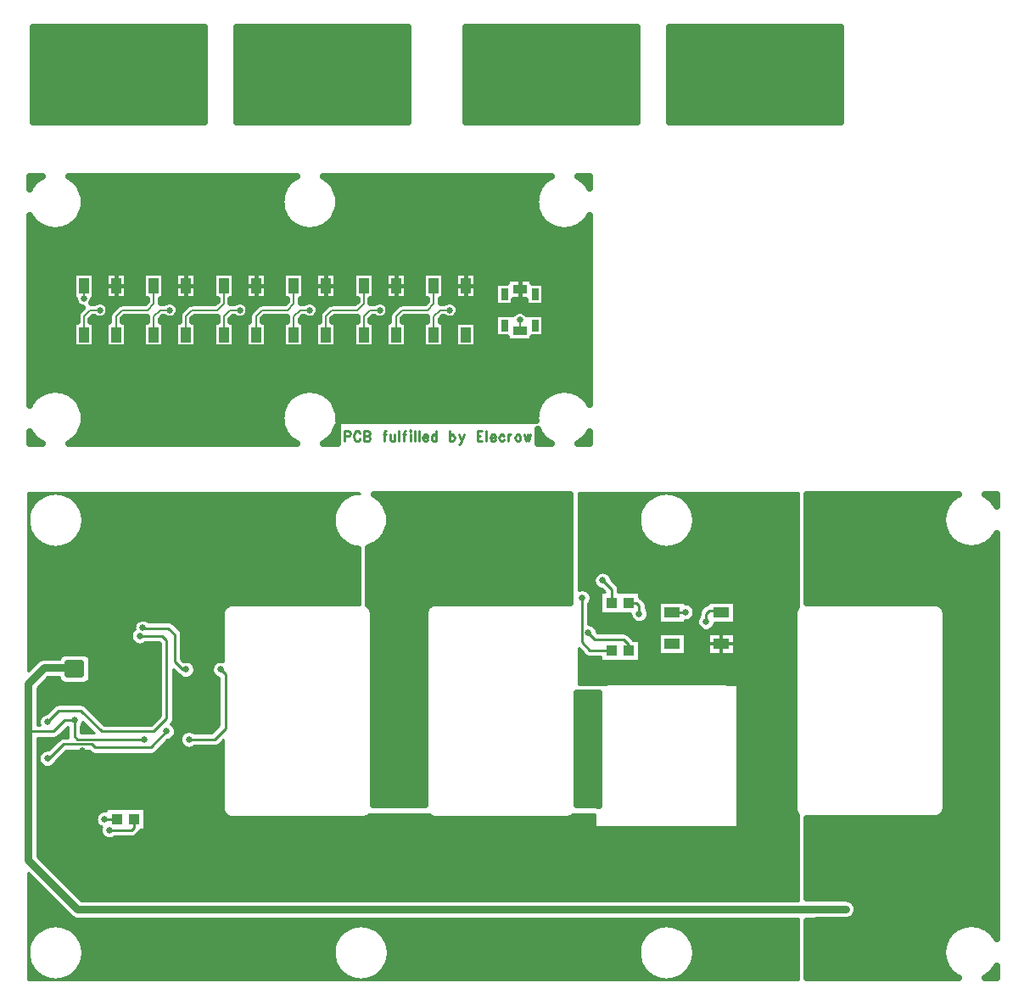
<source format=gtl>
G04 DipTrace 3.0.0.1*
G04 panel2.GTL*
%MOIN*%
G04 #@! TF.FileFunction,Copper,L1,Top*
G04 #@! TF.Part,Single*
G04 #@! TA.AperFunction,CopperBalancing*
%ADD14C,0.025*%
G04 #@! TA.AperFunction,Conductor*
%ADD15C,0.008*%
G04 #@! TA.AperFunction,CopperBalancing*
%ADD16C,0.01*%
G04 #@! TA.AperFunction,Conductor*
%ADD17C,0.03*%
G04 #@! TA.AperFunction,CopperBalancing*
%ADD18C,0.012992*%
%ADD19C,0.015*%
%ADD26R,0.043307X0.03937*%
%ADD31R,0.03937X0.059055*%
%ADD33R,0.059055X0.03937*%
%ADD48R,0.055118X0.037402*%
%ADD49R,0.029528X0.045276*%
%ADD54R,0.07874X0.111024*%
%ADD55R,0.061811X0.111024*%
%FSLAX26Y26*%
G04*
G70*
G90*
G75*
G01*
G04 Top*
%LPD*%
X719188Y3068771D2*
D15*
X681688D1*
X656196Y3043278D1*
Y2972314D1*
X994189Y3068771D2*
X956689D1*
X931197Y3043278D1*
Y2972314D1*
X1269189Y3068771D2*
X1231691D1*
X1206197Y3043277D1*
Y2972314D1*
X1544189Y3068771D2*
X1506689D1*
X1481197Y3043278D1*
Y2972314D1*
X1819189Y3068771D2*
X1781691D1*
X1756197Y3043277D1*
Y2972314D1*
X2094189Y3068771D2*
X2056689D1*
X2031197Y3043278D1*
Y2972314D1*
X1069086Y1587891D2*
D16*
X1081587Y1600393D1*
X650292Y1337865D2*
X625386D1*
X1050334Y1806664D2*
Y1825415D1*
X881567Y1912925D2*
X900318D1*
X675294Y1756658D2*
Y1737907D1*
X512777Y1162847D2*
X544030D1*
X881567Y781558D2*
Y819061D1*
X1267049Y2010876D2*
X1256607Y2000433D1*
X2156701Y775307D2*
X2100446D1*
X2094196Y781558D1*
X3420985Y776958D2*
X3413083Y769057D1*
Y794058D1*
X3050546Y1744156D2*
X3063046Y1731656D1*
X3075547D1*
X852479Y1069017D2*
Y1033731D1*
X844015Y1025267D1*
X756516D1*
X737764Y1069017D2*
X785550D1*
X2729303Y1919016D2*
Y1971229D1*
X2694016Y2006516D1*
X2796233Y1919016D2*
X2825265D1*
X2837767Y1906515D1*
Y1875265D1*
X2637767Y1800268D2*
X2662768Y1775267D1*
X2775265D1*
X2796233Y1754299D1*
Y1731515D1*
X2612767Y1937767D2*
Y1762764D1*
X2644016Y1731515D1*
X2729303D1*
X2157181Y3165227D2*
D15*
X2156689D1*
Y3106271D1*
X1882181Y3165227D2*
X1881689D1*
Y3106271D1*
X1607181Y3165227D2*
X1606689D1*
Y3106271D1*
X1332181Y3165227D2*
X1331689D1*
Y3106271D1*
X1057181Y3165227D2*
X1056689D1*
Y3106271D1*
X782180Y3165227D2*
X781688D1*
Y3106271D1*
X2581689Y3068771D2*
X2587940Y3062520D1*
Y3037520D1*
X2506691Y3068771D2*
X2500440Y3062520D1*
X2494189D1*
X2369189Y3150464D2*
Y3112520D1*
X2362940Y3106271D1*
X2350440D1*
X656196Y3165227D2*
Y3113013D1*
X1481197Y3165227D2*
Y3093278D1*
X1456689Y3068771D1*
X1356689D1*
X1332181Y3044263D1*
Y2972314D1*
X1882181D2*
Y3044263D1*
X1906689Y3068771D1*
X2006689D1*
X2031197Y3093278D1*
Y3165227D1*
X782180Y2972314D2*
Y3044263D1*
X806688Y3068771D1*
X906689D1*
X931197Y3093278D1*
Y3165227D1*
X1607181Y2972314D2*
Y3044263D1*
X1631689Y3068771D1*
X1731691D1*
X1756197Y3093277D1*
Y3165227D1*
X1206197D2*
Y3093278D1*
X1181689Y3068771D1*
X1081689D1*
X1057181Y3044263D1*
Y2972314D1*
X2369189Y3031271D2*
Y2987078D1*
X3100550Y1844167D2*
D16*
Y1875422D1*
X3113051Y1887923D1*
X3153738D1*
X3159503Y1882158D1*
X981515Y1412763D2*
X919117Y1350365D1*
X700298D1*
X687796Y1362868D1*
X575284D1*
X512777Y1300361D1*
Y1306612D1*
Y1450377D2*
X556532Y1494131D1*
X644040D1*
X725299Y1412872D1*
X931570D1*
X981576Y1462878D1*
Y1769160D1*
X962824Y1787912D1*
X875314D1*
X894067Y1381620D2*
X631540D1*
X619038Y1394121D1*
Y1456628D1*
X1069086Y1381620D2*
X1169099D1*
X1212853Y1425374D1*
Y1637895D1*
X1194233Y1656516D1*
X594036Y1662898D2*
D17*
X500275D1*
X437764Y1600387D1*
Y1425267D1*
D16*
X450159Y1412872D1*
X537778D1*
X581534Y1456628D1*
X619038D1*
X1250357Y712801D2*
D17*
X2400478D1*
X437764Y1425267D2*
Y906578D1*
X631541Y712801D1*
X1250357D1*
X2400478D2*
X3650609D1*
X3018807Y1882158D2*
D16*
X2966589D1*
X887817Y1819166D2*
X887966Y1819016D1*
X987764D1*
X1012764Y1794016D1*
Y1687767D1*
X1044015Y1656516D1*
X1056715D1*
D14*
X719188Y3068771D3*
X994189D3*
X1269189D3*
X1544189D3*
X1819189D3*
X2094189D3*
X1069086Y1587891D3*
X650292Y1337865D3*
X1050334Y1806664D3*
X881567Y1912925D3*
X675294Y1756658D3*
X512777Y1162847D3*
X881567Y781558D3*
X1267049Y2010876D3*
X2156701Y775307D3*
X3420985Y776958D3*
X3050546Y1744156D3*
X756516Y1025267D3*
X737764Y1069017D3*
X2694016Y2006516D3*
X2837767Y1875265D3*
X2637767Y1800268D3*
X2612767Y1937767D3*
X2156689Y3106271D3*
X1881689D3*
X1606689D3*
X1331689D3*
X1056689D3*
X781688D3*
X2581689Y3068771D3*
X2506691D3*
X2350440Y3106271D3*
X656196Y3113013D3*
X2369189Y3031271D3*
X3100550Y1844167D3*
X981515Y1412763D3*
X512777Y1306612D3*
Y1450377D3*
X875314Y1787912D3*
X894067Y1381620D3*
X619038Y1456628D3*
X1069086Y1381620D3*
X1194233Y1656516D3*
D3*
X1250357Y712801D3*
X2400478D3*
X1250357D3*
X3650609D3*
D3*
X3018807Y1882158D3*
X1056715Y1656516D3*
X887817Y1819166D3*
X844016Y1656516D3*
X606536Y1962929D3*
Y1931677D3*
X637792D3*
Y1962929D3*
X637790Y1675401D3*
X600286D3*
Y1644146D3*
X637790D3*
X781516Y1656516D3*
X906516D3*
X844015Y1594016D3*
X781516Y1531516D3*
Y1594016D3*
X906516D3*
X844016Y1531516D3*
X462937Y3325020D3*
X494188D3*
X525437D3*
X494188Y2812520D3*
X525437D3*
X462937D3*
X2269189Y3400021D3*
Y3362520D3*
X596559Y1656784D2*
X641559D1*
X644044Y1637943D2*
Y1681652D1*
X593995D1*
X594034Y1637853D1*
X644083Y1637894D1*
X437525Y2341647D2*
D16*
X504021D1*
X584011D2*
X1704021D1*
X2600025D2*
X2904021D1*
X2984011D2*
X3463007D1*
X437525Y2331778D2*
X485135D1*
X602897D2*
X1685135D1*
X2600025D2*
X2885135D1*
X3002897D2*
X3463007D1*
X437525Y2321910D2*
X472401D1*
X615612D2*
X1672420D1*
X2600025D2*
X2872401D1*
X3015631D2*
X3463007D1*
X437525Y2312041D2*
X462849D1*
X625163D2*
X1662869D1*
X2600025D2*
X2862849D1*
X3025183D2*
X3463007D1*
X437525Y2302172D2*
X455428D1*
X632604D2*
X1655428D1*
X2600025D2*
X2855428D1*
X3032604D2*
X3463007D1*
X437525Y2292303D2*
X449628D1*
X638404D2*
X1649628D1*
X2600025D2*
X2849628D1*
X3038404D2*
X3463007D1*
X437525Y2282435D2*
X445146D1*
X642877D2*
X1645155D1*
X2600025D2*
X2845155D1*
X3042877D2*
X3463007D1*
X437525Y2272566D2*
X441828D1*
X646197D2*
X1641835D1*
X2600025D2*
X2841835D1*
X3046197D2*
X3463007D1*
X648464Y2262697D2*
X1639568D1*
X2600025D2*
X2839549D1*
X3048483D2*
X3463007D1*
X649772Y2252828D2*
X1638260D1*
X2600025D2*
X2838260D1*
X3049772D2*
X3463007D1*
X650143Y2242960D2*
X1637889D1*
X2600025D2*
X2837889D1*
X3050143D2*
X3463007D1*
X649576Y2233091D2*
X1638456D1*
X2600025D2*
X2838456D1*
X3049576D2*
X3463007D1*
X648072Y2223222D2*
X1639960D1*
X2600025D2*
X2839960D1*
X3048072D2*
X3463007D1*
X437525Y2213353D2*
X442453D1*
X645572D2*
X1642460D1*
X2600025D2*
X2842460D1*
X3045572D2*
X3463007D1*
X437525Y2203485D2*
X446015D1*
X642017D2*
X1646015D1*
X2600025D2*
X2846015D1*
X3042017D2*
X3463007D1*
X437525Y2193616D2*
X450760D1*
X637272D2*
X1650760D1*
X2600025D2*
X2850760D1*
X3037272D2*
X3463007D1*
X437525Y2183747D2*
X456873D1*
X631159D2*
X1656873D1*
X2600025D2*
X2856873D1*
X3031159D2*
X3463007D1*
X437525Y2173878D2*
X464705D1*
X623327D2*
X1664705D1*
X2600025D2*
X2864705D1*
X3023327D2*
X3463007D1*
X437525Y2164009D2*
X474803D1*
X613209D2*
X1674823D1*
X2600025D2*
X2874823D1*
X3013209D2*
X3463007D1*
X437525Y2154141D2*
X488475D1*
X599557D2*
X1688475D1*
X2600025D2*
X2888475D1*
X2999557D2*
X3463007D1*
X437525Y2144272D2*
X509784D1*
X578229D2*
X1709803D1*
X2600025D2*
X2909803D1*
X2978229D2*
X3463007D1*
X437525Y2134403D2*
X1738025D1*
X2600025D2*
X3463007D1*
X437525Y2124534D2*
X1738025D1*
X2600025D2*
X3463007D1*
X437525Y2114666D2*
X1738025D1*
X2600025D2*
X3463007D1*
X437525Y2104797D2*
X1738025D1*
X2600025D2*
X3463007D1*
X437525Y2094928D2*
X1738025D1*
X2600025D2*
X3463007D1*
X437525Y2085059D2*
X1738025D1*
X2600025D2*
X3463007D1*
X437525Y2075191D2*
X1738025D1*
X2600025D2*
X3463007D1*
X437525Y2065322D2*
X1738025D1*
X2600025D2*
X3463007D1*
X437525Y2055453D2*
X1738025D1*
X2600025D2*
X3463007D1*
X437525Y2045584D2*
X1738025D1*
X2600025D2*
X3463007D1*
X437525Y2035715D2*
X1738025D1*
X2600025D2*
X2677849D1*
X2710183D2*
X3463007D1*
X437525Y2025847D2*
X1738025D1*
X2600025D2*
X2666385D1*
X2721647D2*
X3463007D1*
X437525Y2015978D2*
X1738025D1*
X2600025D2*
X2661503D1*
X2726529D2*
X3463007D1*
X437525Y2006109D2*
X1738025D1*
X2600025D2*
X2660116D1*
X2731335D2*
X3463007D1*
X437525Y1996240D2*
X1738025D1*
X2600025D2*
X2661756D1*
X2741217D2*
X3463007D1*
X437525Y1986372D2*
X1738025D1*
X2600025D2*
X2667011D1*
X2750689D2*
X3463007D1*
X437525Y1976503D2*
X1738025D1*
X2600025D2*
X2679529D1*
X2755143D2*
X3463007D1*
X437525Y1966634D2*
X1738025D1*
X2629557D2*
X2696971D1*
X2755709D2*
X3463007D1*
X437525Y1956765D2*
X1738025D1*
X2640631D2*
X2686248D1*
X2839284D2*
X3463007D1*
X437525Y1946897D2*
X1738025D1*
X2645377D2*
X2686248D1*
X2839284D2*
X3463007D1*
X437525Y1937028D2*
X1738025D1*
X2646667D2*
X2686248D1*
X2844167D2*
X3463007D1*
X437525Y1927159D2*
X1738025D1*
X2644908D2*
X2686248D1*
X2854049D2*
X3463007D1*
X437525Y1917290D2*
X1738025D1*
X2639517D2*
X2686248D1*
X2861764D2*
X2915663D1*
X3017525D2*
X3108572D1*
X3210436D2*
X3463007D1*
X437525Y1907422D2*
X1221971D1*
X2639167D2*
X2686248D1*
X2864147D2*
X2915663D1*
X3040885D2*
X3095780D1*
X3210436D2*
X3463007D1*
X437525Y1897553D2*
X1209628D1*
X2639167D2*
X2686248D1*
X2864167D2*
X2915663D1*
X3048873D2*
X3085760D1*
X3210436D2*
X3459628D1*
X437525Y1887684D2*
X1204159D1*
X2639167D2*
X2686248D1*
X2869225D2*
X2915663D1*
X3052233D2*
X3077303D1*
X3210436D2*
X3454159D1*
X437525Y1877815D2*
X1202167D1*
X2639167D2*
X2803964D1*
X2871568D2*
X2915663D1*
X3052428D2*
X3074256D1*
X3210436D2*
X3452167D1*
X437525Y1867946D2*
X1202108D1*
X2639167D2*
X2804685D1*
X2870847D2*
X2915663D1*
X3049479D2*
X3074159D1*
X3210436D2*
X3452108D1*
X437525Y1858078D2*
X1202108D1*
X2639167D2*
X2808709D1*
X2866823D2*
X2915663D1*
X3042233D2*
X3069744D1*
X3210436D2*
X3452108D1*
X437525Y1848209D2*
X871365D1*
X904264D2*
X1202108D1*
X2639167D2*
X2818045D1*
X2857487D2*
X2915663D1*
X3017525D2*
X3066893D1*
X3210436D2*
X3452108D1*
X437525Y1838340D2*
X860076D1*
X1005240D2*
X1202108D1*
X2639167D2*
X3067167D1*
X3133932D2*
X3452108D1*
X437525Y1828471D2*
X855252D1*
X1015221D2*
X1202108D1*
X2655709D2*
X3070643D1*
X3130456D2*
X3452108D1*
X437525Y1818603D2*
X853924D1*
X1025104D2*
X1202108D1*
X2666080D2*
X3078847D1*
X3122252D2*
X3452108D1*
X437525Y1808734D2*
X848847D1*
X1034460D2*
X1202108D1*
X2670553D2*
X3452108D1*
X437525Y1798865D2*
X843299D1*
X1038697D2*
X1202108D1*
X2785671D2*
X3452108D1*
X437525Y1788996D2*
X841424D1*
X1039167D2*
X1202108D1*
X2798464D2*
X2915663D1*
X3017525D2*
X3108572D1*
X3210436D2*
X3452108D1*
X437525Y1779128D2*
X842616D1*
X1039167D2*
X1202108D1*
X2808327D2*
X2915663D1*
X3017525D2*
X3108572D1*
X3210436D2*
X3452108D1*
X437525Y1769259D2*
X847205D1*
X1039167D2*
X1202108D1*
X2839284D2*
X2915663D1*
X3017525D2*
X3108572D1*
X3210436D2*
X3452108D1*
X437525Y1759390D2*
X857908D1*
X892721D2*
X954432D1*
X1039167D2*
X1202108D1*
X2839284D2*
X2915663D1*
X3017525D2*
X3108572D1*
X3210436D2*
X3452108D1*
X437525Y1749521D2*
X955175D1*
X1039167D2*
X1202108D1*
X2839284D2*
X2915663D1*
X3017525D2*
X3108572D1*
X3210436D2*
X3452108D1*
X437525Y1739652D2*
X955175D1*
X1039167D2*
X1202108D1*
X2839284D2*
X2915663D1*
X3017525D2*
X3108572D1*
X3210436D2*
X3452108D1*
X437525Y1729784D2*
X955175D1*
X1039167D2*
X1202108D1*
X2600025D2*
X2608827D1*
X2839284D2*
X2915663D1*
X3017525D2*
X3108572D1*
X3210436D2*
X3452108D1*
X437525Y1719915D2*
X955175D1*
X1039167D2*
X1202108D1*
X2600025D2*
X2618689D1*
X2839284D2*
X2915663D1*
X3017525D2*
X3108572D1*
X3210436D2*
X3452108D1*
X437525Y1710046D2*
X567752D1*
X670339D2*
X955175D1*
X1039167D2*
X1202108D1*
X2600025D2*
X2629432D1*
X2839284D2*
X3452108D1*
X437525Y1700177D2*
X561053D1*
X677037D2*
X955175D1*
X1039167D2*
X1202108D1*
X2600025D2*
X2686248D1*
X2839284D2*
X3452108D1*
X437525Y1690309D2*
X476873D1*
X677936D2*
X955175D1*
X1047135D2*
X1202108D1*
X2600025D2*
X3452108D1*
X437525Y1680440D2*
X466756D1*
X677936D2*
X955175D1*
X1080299D2*
X1170643D1*
X2600025D2*
X3452108D1*
X437525Y1670571D2*
X456893D1*
X677936D2*
X955175D1*
X1087467D2*
X1163495D1*
X2600025D2*
X3452108D1*
X437525Y1660702D2*
X447011D1*
X677936D2*
X955175D1*
X1090339D2*
X1160604D1*
X2600025D2*
X3452108D1*
X677936Y1650834D2*
X955175D1*
X1007975D2*
X1012777D1*
X1090124D2*
X1160819D1*
X2600025D2*
X3452108D1*
X677936Y1640965D2*
X955175D1*
X1007975D2*
X1022635D1*
X1086705D2*
X1164236D1*
X2600025D2*
X3452108D1*
X677936Y1631096D2*
X955175D1*
X1007975D2*
X1034823D1*
X1078600D2*
X1172343D1*
X2600025D2*
X3452108D1*
X509675Y1621227D2*
X560565D1*
X677507D2*
X955175D1*
X1007975D2*
X1186444D1*
X2600025D2*
X3452108D1*
X499792Y1611359D2*
X565721D1*
X672349D2*
X955175D1*
X1007975D2*
X1186444D1*
X2600025D2*
X3452108D1*
X489928Y1601490D2*
X955175D1*
X1007975D2*
X1186444D1*
X2600025D2*
X2714335D1*
X3173697D2*
X3452108D1*
X480065Y1591621D2*
X955175D1*
X1007975D2*
X1186444D1*
X3225025D2*
X3452108D1*
X474167Y1581752D2*
X955175D1*
X1007975D2*
X1186444D1*
X3225025D2*
X3452108D1*
X474167Y1571883D2*
X955175D1*
X1007975D2*
X1186444D1*
X3225025D2*
X3452108D1*
X474167Y1562015D2*
X955175D1*
X1007975D2*
X1186444D1*
X3225025D2*
X3452108D1*
X474167Y1552146D2*
X955175D1*
X1007975D2*
X1186444D1*
X3225025D2*
X3452108D1*
X474167Y1542277D2*
X955175D1*
X1007975D2*
X1186444D1*
X3225025D2*
X3452108D1*
X474167Y1532408D2*
X955175D1*
X1007975D2*
X1186444D1*
X3225025D2*
X3452108D1*
X474167Y1522540D2*
X955175D1*
X1007975D2*
X1186444D1*
X3225025D2*
X3452108D1*
X474167Y1512671D2*
X538163D1*
X662408D2*
X955175D1*
X1007975D2*
X1186444D1*
X3225025D2*
X3452108D1*
X474167Y1502802D2*
X528280D1*
X672292D2*
X955175D1*
X1007975D2*
X1186444D1*
X3225025D2*
X3452108D1*
X474167Y1492933D2*
X518416D1*
X682155D2*
X955175D1*
X1007975D2*
X1186444D1*
X3225025D2*
X3452108D1*
X474167Y1483065D2*
X508045D1*
X692037D2*
X955175D1*
X1007975D2*
X1186444D1*
X3225025D2*
X3452108D1*
X474167Y1473196D2*
X488084D1*
X701901D2*
X954979D1*
X1007975D2*
X1186444D1*
X3225025D2*
X3452108D1*
X474167Y1463327D2*
X481541D1*
X711764D2*
X945096D1*
X1007975D2*
X1186444D1*
X3225025D2*
X3452108D1*
X474167Y1453458D2*
X479032D1*
X721628D2*
X935233D1*
X1006159D2*
X1186444D1*
X3225025D2*
X3452108D1*
X474167Y1443589D2*
X479587D1*
X650240D2*
X657655D1*
X731511D2*
X925369D1*
X999205D2*
X1186444D1*
X3225025D2*
X3452108D1*
X645436Y1433721D2*
X667537D1*
X1007877D2*
X1184276D1*
X3225025D2*
X3452108D1*
X585671Y1423852D2*
X592635D1*
X645436D2*
X677401D1*
X1013483D2*
X1174412D1*
X3225025D2*
X3452108D1*
X575807Y1413983D2*
X592635D1*
X645436D2*
X687264D1*
X1015397D2*
X1062167D1*
X1076003D2*
X1164549D1*
X3225025D2*
X3452108D1*
X565944Y1404114D2*
X592635D1*
X1014264D2*
X1044080D1*
X3225025D2*
X3452108D1*
X556041Y1394246D2*
X592635D1*
X1009713D2*
X1037713D1*
X3225025D2*
X3452108D1*
X474167Y1384377D2*
X560780D1*
X999147D2*
X1035311D1*
X3225025D2*
X3452108D1*
X474167Y1374508D2*
X549999D1*
X980183D2*
X1035956D1*
X1198912D2*
X1202105D1*
X3225025D2*
X3452108D1*
X474167Y1364639D2*
X540135D1*
X970319D2*
X1039901D1*
X1189029D2*
X1202108D1*
X3225025D2*
X3452108D1*
X474167Y1354771D2*
X530272D1*
X960436D2*
X1049080D1*
X1089108D2*
X1202108D1*
X3225025D2*
X3452108D1*
X474167Y1344902D2*
X520389D1*
X950572D2*
X1202108D1*
X3225025D2*
X3452108D1*
X474167Y1335033D2*
X495213D1*
X584361D2*
X678709D1*
X940709D2*
X1202108D1*
X3225025D2*
X3452108D1*
X474167Y1325164D2*
X484608D1*
X574499D2*
X696131D1*
X923288D2*
X1202108D1*
X3225025D2*
X3452108D1*
X474167Y1315296D2*
X480044D1*
X564635D2*
X1202108D1*
X3225025D2*
X3452108D1*
X474167Y1305427D2*
X478902D1*
X554772D2*
X1202108D1*
X3225025D2*
X3452108D1*
X474167Y1295558D2*
X480799D1*
X544889D2*
X1202108D1*
X3225025D2*
X3452108D1*
X474167Y1285689D2*
X486385D1*
X539167D2*
X1202108D1*
X3225025D2*
X3452108D1*
X474167Y1275820D2*
X500193D1*
X525357D2*
X1202108D1*
X3225025D2*
X3452108D1*
X474167Y1265952D2*
X1202108D1*
X3225025D2*
X3452108D1*
X474167Y1256083D2*
X1202108D1*
X3225025D2*
X3452108D1*
X474167Y1246214D2*
X1202108D1*
X3225025D2*
X3452108D1*
X474167Y1236345D2*
X1202108D1*
X3225025D2*
X3452108D1*
X474167Y1226477D2*
X1202108D1*
X3225025D2*
X3452108D1*
X474167Y1216608D2*
X1202108D1*
X3225025D2*
X3452108D1*
X474167Y1206739D2*
X1202108D1*
X3225025D2*
X3452108D1*
X474167Y1196870D2*
X1202108D1*
X3225025D2*
X3452108D1*
X474167Y1187002D2*
X1202108D1*
X3225025D2*
X3452108D1*
X474167Y1177133D2*
X1202108D1*
X3225025D2*
X3452108D1*
X474167Y1167264D2*
X1202108D1*
X3225025D2*
X3452108D1*
X474167Y1157395D2*
X1202108D1*
X3225025D2*
X3452108D1*
X474167Y1147526D2*
X1202108D1*
X3225025D2*
X3452108D1*
X474167Y1137658D2*
X1202108D1*
X3225025D2*
X3452108D1*
X474167Y1127789D2*
X1202108D1*
X3225025D2*
X3452108D1*
X474167Y1117920D2*
X1202108D1*
X3225025D2*
X3452108D1*
X474167Y1108051D2*
X742499D1*
X895533D2*
X1202343D1*
X3225025D2*
X3452343D1*
X474167Y1098183D2*
X721541D1*
X895533D2*
X1205017D1*
X3225025D2*
X3455017D1*
X474167Y1088314D2*
X710116D1*
X895533D2*
X1211483D1*
X1776549D2*
X2011483D1*
X2576549D2*
X2663007D1*
X3225025D2*
X3461483D1*
X474167Y1078445D2*
X705252D1*
X895533D2*
X1227713D1*
X1760319D2*
X2027713D1*
X2560319D2*
X2663007D1*
X3225025D2*
X3463007D1*
X474167Y1068576D2*
X703865D1*
X895533D2*
X2663007D1*
X3225025D2*
X3463007D1*
X474167Y1058708D2*
X705525D1*
X895533D2*
X2663007D1*
X3225025D2*
X3463007D1*
X474167Y1048839D2*
X710780D1*
X895533D2*
X2663007D1*
X3225025D2*
X3463007D1*
X474167Y1038970D2*
X723357D1*
X895533D2*
X2706404D1*
X3181608D2*
X3463007D1*
X474167Y1029101D2*
X722849D1*
X895533D2*
X3463007D1*
X474167Y1019233D2*
X723183D1*
X874343D2*
X3463007D1*
X474167Y1009364D2*
X726717D1*
X865025D2*
X3463007D1*
X474167Y999495D2*
X735057D1*
X777975D2*
X3463007D1*
X474167Y989626D2*
X3463007D1*
X474167Y979757D2*
X3463007D1*
X474167Y969889D2*
X3463007D1*
X474167Y960020D2*
X3463007D1*
X474167Y950151D2*
X3463007D1*
X474167Y940282D2*
X3463007D1*
X474167Y930414D2*
X3463007D1*
X474869Y920545D2*
X3463007D1*
X484733Y910676D2*
X3463007D1*
X494596Y900807D2*
X3463007D1*
X504460Y890939D2*
X3463007D1*
X514343Y881070D2*
X3463007D1*
X524205Y871201D2*
X3463007D1*
X534068Y861332D2*
X3463007D1*
X437525Y851464D2*
X441828D1*
X543932D2*
X3463007D1*
X437525Y841595D2*
X451679D1*
X553815D2*
X3463007D1*
X437525Y831726D2*
X461561D1*
X563679D2*
X3463007D1*
X437525Y821857D2*
X471424D1*
X573541D2*
X3463007D1*
X437525Y811988D2*
X481288D1*
X583424D2*
X3463007D1*
X437525Y802120D2*
X491151D1*
X593288D2*
X3463007D1*
X437525Y792251D2*
X501033D1*
X603151D2*
X3463007D1*
X437525Y782382D2*
X510897D1*
X613015D2*
X3463007D1*
X437525Y772513D2*
X520760D1*
X622897D2*
X3463007D1*
X437525Y762645D2*
X530643D1*
X632760D2*
X3463007D1*
X437525Y752776D2*
X540507D1*
X642624D2*
X3463007D1*
X437525Y742907D2*
X550369D1*
X437525Y733038D2*
X560233D1*
X437525Y723170D2*
X570116D1*
X437525Y713301D2*
X579979D1*
X437525Y703432D2*
X589843D1*
X437525Y693563D2*
X599705D1*
X437525Y683694D2*
X610389D1*
X437525Y673826D2*
X3463007D1*
X437525Y663957D2*
X3463007D1*
X437525Y654088D2*
X3463007D1*
X437525Y644219D2*
X511209D1*
X576823D2*
X1711209D1*
X1776823D2*
X2911209D1*
X2976823D2*
X3463007D1*
X437525Y634351D2*
X489236D1*
X598796D2*
X1689236D1*
X1798796D2*
X2889236D1*
X2998796D2*
X3463007D1*
X437525Y624482D2*
X475349D1*
X612683D2*
X1675349D1*
X1812683D2*
X2875349D1*
X3012683D2*
X3463007D1*
X437525Y614613D2*
X465116D1*
X622916D2*
X1665116D1*
X1822916D2*
X2865116D1*
X3022916D2*
X3463007D1*
X437525Y604744D2*
X457205D1*
X630827D2*
X1657205D1*
X1830827D2*
X2857205D1*
X3030827D2*
X3463007D1*
X437525Y594876D2*
X451015D1*
X637017D2*
X1651015D1*
X1837017D2*
X2851015D1*
X3037017D2*
X3463007D1*
X437525Y585007D2*
X446209D1*
X641823D2*
X1646209D1*
X1841823D2*
X2846209D1*
X3041823D2*
X3463007D1*
X437525Y575138D2*
X442609D1*
X645436D2*
X1642596D1*
X1845436D2*
X2842596D1*
X3045436D2*
X3463007D1*
X647975Y565269D2*
X1640057D1*
X1847975D2*
X2840057D1*
X3047975D2*
X3463007D1*
X649517Y555401D2*
X1638515D1*
X1849537D2*
X2838495D1*
X3049537D2*
X3463007D1*
X650143Y545532D2*
X1637889D1*
X1850143D2*
X2837889D1*
X3050143D2*
X3463007D1*
X649811Y535663D2*
X1638221D1*
X1849811D2*
X2838221D1*
X3049811D2*
X3463007D1*
X648561Y525794D2*
X1639471D1*
X1848561D2*
X2839471D1*
X3048561D2*
X3463007D1*
X437525Y515925D2*
X441712D1*
X646315D2*
X1641717D1*
X1846335D2*
X2841697D1*
X3046335D2*
X3463007D1*
X437525Y506057D2*
X444990D1*
X643053D2*
X1644979D1*
X1843053D2*
X2844979D1*
X3043053D2*
X3463007D1*
X437525Y496188D2*
X449393D1*
X638639D2*
X1649393D1*
X1838639D2*
X2849393D1*
X3038639D2*
X3463007D1*
X437525Y486319D2*
X455135D1*
X632897D2*
X1655135D1*
X1832897D2*
X2855135D1*
X3032897D2*
X3463007D1*
X437525Y476450D2*
X462479D1*
X625553D2*
X1662479D1*
X1825553D2*
X2862479D1*
X3025553D2*
X3463007D1*
X437525Y466582D2*
X471912D1*
X616120D2*
X1671912D1*
X1816120D2*
X2871912D1*
X3016120D2*
X3463007D1*
X437525Y456713D2*
X484452D1*
X603580D2*
X1684452D1*
X1803580D2*
X2884452D1*
X3003580D2*
X3463007D1*
X437525Y446844D2*
X502889D1*
X585143D2*
X1702889D1*
X1785143D2*
X2902889D1*
X2985143D2*
X3463007D1*
X437525Y436975D2*
X3463007D1*
X815425Y1109103D2*
X894533D1*
Y1028932D1*
X877404D1*
X876637Y1025882D1*
X875110Y1022200D1*
X873028Y1018802D1*
X870440Y1015771D1*
X860511Y1005952D1*
X857286Y1003609D1*
X853735Y1001799D1*
X849944Y1000568D1*
X846008Y999945D1*
X829015Y999866D1*
X777432D1*
X773706Y997214D1*
X769107Y994872D1*
X764196Y993276D1*
X759097Y992467D1*
X753935D1*
X748836Y993276D1*
X743925Y994872D1*
X739326Y997214D1*
X735149Y1000250D1*
X731499Y1003899D1*
X728464Y1008076D1*
X726121Y1012676D1*
X724525Y1017587D1*
X723717Y1022685D1*
Y1027848D1*
X724525Y1032946D1*
X726121Y1037857D1*
X726277Y1038196D1*
X722828Y1039704D1*
X718425Y1042401D1*
X714500Y1045754D1*
X711147Y1049679D1*
X708450Y1054082D1*
X706474Y1058851D1*
X705269Y1063870D1*
X704864Y1069017D1*
X705269Y1074164D1*
X706474Y1079184D1*
X708450Y1083953D1*
X711147Y1088356D1*
X714500Y1092281D1*
X718425Y1095634D1*
X722828Y1098331D1*
X727597Y1100307D1*
X732617Y1101512D1*
X737764Y1101918D1*
X742911Y1101512D1*
X743495Y1101397D1*
X743496Y1109103D1*
X815425D1*
X2754706Y1959101D2*
X2838286D1*
Y1940839D1*
X2841761Y1938331D1*
X2855727Y1924475D1*
X2858315Y1921445D1*
X2860398Y1918046D1*
X2861924Y1914364D1*
X2862855Y1910488D1*
X2863167Y1906515D1*
Y1896183D1*
X2865819Y1892456D1*
X2868162Y1887856D1*
X2869757Y1882945D1*
X2870566Y1877847D1*
Y1872684D1*
X2869757Y1867586D1*
X2868162Y1862675D1*
X2865819Y1858075D1*
X2862784Y1853898D1*
X2859134Y1850248D1*
X2854957Y1847213D1*
X2850357Y1844870D1*
X2845446Y1843275D1*
X2840348Y1842466D1*
X2835185D1*
X2830087Y1843275D1*
X2825176Y1844870D1*
X2820576Y1847213D1*
X2816399Y1850248D1*
X2812750Y1853898D1*
X2809714Y1858075D1*
X2807372Y1862675D1*
X2805776Y1867586D1*
X2804967Y1872684D1*
Y1877847D1*
X2805097Y1878939D1*
X2687250Y1878931D1*
Y1959101D1*
X2703910D1*
X2700736Y1963874D1*
X2690834Y1973777D1*
X2686336Y1974525D1*
X2681425Y1976121D1*
X2676826Y1978464D1*
X2672649Y1981499D1*
X2668999Y1985149D1*
X2665964Y1989326D1*
X2663621Y1993925D1*
X2662025Y1998836D1*
X2661217Y2003935D1*
Y2009097D1*
X2662025Y2014196D1*
X2663621Y2019107D1*
X2665964Y2023706D1*
X2668999Y2027883D1*
X2672649Y2031533D1*
X2676826Y2034568D1*
X2681425Y2036911D1*
X2686336Y2038507D1*
X2691435Y2039315D1*
X2696597D1*
X2701696Y2038507D1*
X2706607Y2036911D1*
X2711206Y2034568D1*
X2715383Y2031533D1*
X2719033Y2027883D1*
X2722068Y2023706D1*
X2724411Y2019107D1*
X2726007Y2014196D1*
X2726742Y2009709D1*
X2748618Y1987725D1*
X2750961Y1984500D1*
X2752771Y1980949D1*
X2754002Y1977158D1*
X2754625Y1973222D1*
X2754704Y1959100D1*
X2814823Y1771600D2*
X2838286D1*
Y1691429D1*
X2687250D1*
Y1706097D1*
X2642023Y1706193D1*
X2638087Y1706817D1*
X2634296Y1708047D1*
X2630744Y1709857D1*
X2627520Y1712200D1*
X2615449Y1724160D1*
X2599028Y1740582D1*
X2599016Y1599036D1*
X2707317Y1599016D1*
X2710744Y1600335D1*
X2716084Y1601617D1*
X2721570Y1602047D1*
X3169219Y1601940D1*
X3174643Y1601080D1*
X3179877Y1599378D1*
X3184016Y1599016D1*
X3219798Y1598954D1*
X3221286Y1598471D1*
X3222551Y1597551D1*
X3223471Y1596286D1*
X3223954Y1594798D1*
X3224016Y1579016D1*
X3223954Y1043235D1*
X3223471Y1041747D1*
X3222551Y1040482D1*
X3221286Y1039562D1*
X3219798Y1039079D1*
X3204016Y1039017D1*
X3180715D1*
X3177288Y1037697D1*
X3171948Y1036415D1*
X3166473Y1035985D1*
X2718813Y1036092D1*
X2713389Y1036952D1*
X2708155Y1038654D1*
X2704016Y1039017D1*
X2668234Y1039079D1*
X2666746Y1039562D1*
X2665481Y1040482D1*
X2664561Y1041747D1*
X2664078Y1043235D1*
X2664016Y1059017D1*
Y1088998D1*
X2576184Y1089017D1*
X2572659Y1085549D1*
X2568215Y1082320D1*
X2563322Y1079827D1*
X2558099Y1078130D1*
X2552673Y1077271D1*
X2539928Y1077163D1*
X2035359Y1077271D1*
X2029933Y1078130D1*
X2024710Y1079827D1*
X2019817Y1082320D1*
X2015373Y1085549D1*
X2013348Y1087422D1*
X2009016Y1089017D1*
X1776184D1*
X1772659Y1085549D1*
X1768215Y1082320D1*
X1763322Y1079827D1*
X1758099Y1078130D1*
X1752673Y1077271D1*
X1739928Y1077163D1*
X1235359Y1077271D1*
X1229933Y1078130D1*
X1224710Y1079827D1*
X1219817Y1082320D1*
X1215373Y1085549D1*
X1211490Y1089432D1*
X1208261Y1093876D1*
X1205768Y1098769D1*
X1204071Y1103992D1*
X1203212Y1109416D1*
X1203104Y1122163D1*
Y1379721D1*
X1185595Y1362305D1*
X1182370Y1359962D1*
X1178819Y1358152D1*
X1175028Y1356922D1*
X1171092Y1356298D1*
X1154099Y1356219D1*
X1089978D1*
X1086276Y1353567D1*
X1081676Y1351225D1*
X1076765Y1349629D1*
X1071667Y1348820D1*
X1066504D1*
X1061406Y1349629D1*
X1056495Y1351225D1*
X1051895Y1353567D1*
X1047718Y1356603D1*
X1044068Y1360252D1*
X1041033Y1364429D1*
X1038691Y1369029D1*
X1037095Y1373940D1*
X1036286Y1379038D1*
Y1384201D1*
X1037095Y1389299D1*
X1038691Y1394210D1*
X1041033Y1398810D1*
X1044068Y1402987D1*
X1047718Y1406637D1*
X1051895Y1409672D1*
X1056495Y1412015D1*
X1061406Y1413610D1*
X1066504Y1414419D1*
X1071667D1*
X1076765Y1413610D1*
X1081676Y1412015D1*
X1086276Y1409672D1*
X1089969Y1407019D1*
X1158558Y1407020D1*
X1187446Y1435889D1*
X1187453Y1624339D1*
X1184066Y1625226D1*
X1179297Y1627202D1*
X1174894Y1629899D1*
X1170969Y1633252D1*
X1167616Y1637177D1*
X1164919Y1641580D1*
X1162943Y1646349D1*
X1161738Y1651369D1*
X1161332Y1656516D1*
X1161738Y1661663D1*
X1162943Y1666683D1*
X1164919Y1671452D1*
X1167616Y1675855D1*
X1170969Y1679780D1*
X1174894Y1683133D1*
X1179297Y1685830D1*
X1184066Y1687806D1*
X1189086Y1689011D1*
X1194233Y1689416D1*
X1199380Y1689011D1*
X1203108Y1688170D1*
X1203212Y1878613D1*
X1204071Y1884037D1*
X1205768Y1889260D1*
X1208261Y1894154D1*
X1211490Y1898597D1*
X1215373Y1902481D1*
X1219817Y1905709D1*
X1224710Y1908202D1*
X1229933Y1909899D1*
X1235359Y1910759D1*
X1248104Y1910866D1*
X1739023D1*
X1739016Y2138995D1*
X1729206Y2139933D1*
X1719389Y2141810D1*
X1709793Y2144612D1*
X1700506Y2148311D1*
X1691613Y2152877D1*
X1683194Y2158265D1*
X1675324Y2164431D1*
X1668076Y2171314D1*
X1661515Y2178855D1*
X1655700Y2186986D1*
X1650681Y2195631D1*
X1646508Y2204714D1*
X1643217Y2214154D1*
X1640836Y2223862D1*
X1639389Y2233752D1*
X1638886Y2243736D1*
X1639335Y2253722D1*
X1640730Y2263621D1*
X1643059Y2273343D1*
X1646301Y2282798D1*
X1650425Y2291903D1*
X1655397Y2300576D1*
X1661170Y2308738D1*
X1667691Y2316313D1*
X1674903Y2323235D1*
X1682739Y2329441D1*
X1691129Y2334876D1*
X1699998Y2339487D1*
X1709264Y2343236D1*
X1718845Y2346089D1*
X1728654Y2348019D1*
X1738600Y2349008D1*
X1739011Y2349019D1*
X1734016Y2351516D1*
X436536D1*
X436516Y1649192D1*
X477284Y1689817D1*
X481778Y1693082D1*
X486727Y1695604D1*
X492011Y1697320D1*
X497498Y1698189D1*
X510275Y1698298D1*
X561544D1*
X562687Y1701960D1*
X564141Y1704811D1*
X566023Y1707402D1*
X568285Y1709664D1*
X570876Y1711546D1*
X573727Y1713000D1*
X576772Y1713988D1*
X579933Y1714490D1*
X606534Y1714553D1*
X658145Y1714490D1*
X661306Y1713988D1*
X664351Y1713000D1*
X667202Y1711546D1*
X669793Y1709664D1*
X672055Y1707402D1*
X673937Y1704811D1*
X675391Y1701960D1*
X676380Y1698915D1*
X676881Y1695754D1*
X676944Y1669152D1*
X676881Y1623793D1*
X676380Y1620631D1*
X675391Y1617587D1*
X673937Y1614735D1*
X672055Y1612145D1*
X669793Y1609882D1*
X667202Y1608000D1*
X664351Y1606546D1*
X661306Y1605558D1*
X658145Y1605057D1*
X631544Y1604994D1*
X579933Y1605057D1*
X576772Y1605558D1*
X573727Y1606546D1*
X570876Y1608000D1*
X568285Y1609882D1*
X566023Y1612145D1*
X564141Y1614735D1*
X562687Y1617587D1*
X561698Y1620631D1*
X561197Y1623793D1*
X561134Y1627483D1*
X514953Y1627498D1*
X473171Y1585731D1*
X473164Y1438259D1*
X482171Y1438272D1*
X480788Y1442697D1*
X479979Y1447796D1*
Y1452958D1*
X480788Y1458057D1*
X482383Y1462967D1*
X484726Y1467567D1*
X487761Y1471744D1*
X491411Y1475394D1*
X495588Y1478429D1*
X500188Y1480772D1*
X505099Y1482368D1*
X509586Y1483103D1*
X540036Y1513445D1*
X543260Y1515789D1*
X546811Y1517597D1*
X550601Y1518830D1*
X554538Y1519453D1*
X571532Y1519532D1*
X646034Y1519453D1*
X649970Y1518830D1*
X653761Y1517599D1*
X657313Y1515789D1*
X660537Y1513446D1*
X672608Y1501486D1*
X735819Y1438273D1*
X921061Y1438272D1*
X956188Y1473411D1*
X956176Y1758639D1*
X952305Y1762511D1*
X896242Y1762512D1*
X892506Y1759860D1*
X887906Y1757517D1*
X882995Y1755922D1*
X877897Y1755113D1*
X872734D1*
X867635Y1755922D1*
X862725Y1757517D1*
X858125Y1759860D1*
X853948Y1762895D1*
X850298Y1766545D1*
X847263Y1770722D1*
X844920Y1775322D1*
X843324Y1780233D1*
X842516Y1785331D1*
Y1790494D1*
X843324Y1795592D1*
X844920Y1800503D1*
X847263Y1805103D1*
X850298Y1809280D1*
X853948Y1812929D1*
X855319Y1814011D1*
X854916Y1819166D1*
X855322Y1824313D1*
X856526Y1829332D1*
X858503Y1834101D1*
X861200Y1838504D1*
X864553Y1842429D1*
X868478Y1845782D1*
X872881Y1848479D1*
X877650Y1850456D1*
X882670Y1851660D1*
X887817Y1852066D1*
X892964Y1851660D1*
X897983Y1850456D1*
X902752Y1848479D1*
X907155Y1845782D1*
X908890Y1844414D1*
X989757Y1844338D1*
X993693Y1843714D1*
X997485Y1842483D1*
X1001036Y1840673D1*
X1004260Y1838331D1*
X1016331Y1826370D1*
X1032079Y1810512D1*
X1034422Y1807288D1*
X1036231Y1803736D1*
X1037462Y1799945D1*
X1038086Y1796009D1*
X1038164Y1779016D1*
Y1698293D1*
X1048167Y1688284D1*
X1051568Y1689011D1*
X1056715Y1689416D1*
X1061862Y1689011D1*
X1066882Y1687806D1*
X1071651Y1685830D1*
X1076054Y1683133D1*
X1079979Y1679780D1*
X1083332Y1675855D1*
X1086029Y1671452D1*
X1088006Y1666683D1*
X1089210Y1661663D1*
X1089616Y1656516D1*
X1089210Y1651369D1*
X1088006Y1646349D1*
X1086029Y1641580D1*
X1083332Y1637177D1*
X1079979Y1633252D1*
X1076054Y1629899D1*
X1071651Y1627202D1*
X1066882Y1625226D1*
X1061862Y1624021D1*
X1056715Y1623616D1*
X1051568Y1624021D1*
X1046549Y1625226D1*
X1041780Y1627202D1*
X1037377Y1629899D1*
X1033452Y1633252D1*
X1032483Y1633885D1*
X1029086Y1635967D1*
X1026054Y1638555D1*
X1006982Y1657628D1*
X1006898Y1460885D1*
X1006275Y1456949D1*
X1005044Y1453158D1*
X1003234Y1449607D1*
X1000891Y1446382D1*
X996622Y1442004D1*
X1000853Y1439380D1*
X1004778Y1436026D1*
X1008131Y1432101D1*
X1010828Y1427698D1*
X1012805Y1422929D1*
X1014009Y1417910D1*
X1014415Y1412763D1*
X1014009Y1407616D1*
X1012805Y1402596D1*
X1010828Y1397827D1*
X1008131Y1393424D1*
X1004778Y1389499D1*
X1000853Y1386146D1*
X996450Y1383449D1*
X991681Y1381473D1*
X986662Y1380268D1*
X984708Y1380037D1*
X935613Y1331050D1*
X932389Y1328708D1*
X928838Y1326898D1*
X925046Y1325667D1*
X921110Y1325044D1*
X904117Y1324965D1*
X698305Y1325044D1*
X694369Y1325667D1*
X690578Y1326898D1*
X687026Y1328708D1*
X683802Y1331050D1*
X677269Y1337473D1*
X585823Y1337467D1*
X543677Y1295340D1*
X542091Y1291676D1*
X539394Y1287273D1*
X536041Y1283348D1*
X532116Y1279995D1*
X527713Y1277298D1*
X522944Y1275322D1*
X517924Y1274117D1*
X512777Y1273712D1*
X507630Y1274117D1*
X502610Y1275322D1*
X497841Y1277298D1*
X493439Y1279995D1*
X489513Y1283348D1*
X486160Y1287273D1*
X483464Y1291676D1*
X481487Y1296445D1*
X480282Y1301465D1*
X479877Y1306612D1*
X480282Y1311759D1*
X481487Y1316778D1*
X483464Y1321547D1*
X486160Y1325950D1*
X489513Y1329876D1*
X493439Y1333229D1*
X497841Y1335925D1*
X502610Y1337902D1*
X507630Y1339107D1*
X512777Y1339512D1*
X515849Y1339352D1*
X558788Y1382183D1*
X562012Y1384525D1*
X565563Y1386335D1*
X569355Y1387566D1*
X573290Y1388189D1*
X590284Y1388268D1*
X594327D1*
X593717Y1392126D1*
X593638Y1409121D1*
Y1431210D1*
X588889Y1428061D1*
X554275Y1393557D1*
X551050Y1391214D1*
X547499Y1389404D1*
X543708Y1388173D1*
X539772Y1387550D1*
X522778Y1387471D1*
X473150D1*
X473164Y921223D1*
X646215Y748189D1*
X3464013Y748201D1*
X3464016Y1086769D1*
X3461491Y1089432D1*
X3458263Y1093876D1*
X3455769Y1098769D1*
X3454072Y1103992D1*
X3453213Y1109416D1*
X3453105Y1122163D1*
X3453213Y1878613D1*
X3454072Y1884037D1*
X3455769Y1889260D1*
X3458263Y1894154D1*
X3461491Y1898597D1*
X3464016Y1901516D1*
Y2351496D1*
X2599036Y2351516D1*
X2599016Y1967668D1*
X2602600Y1969057D1*
X2607620Y1970261D1*
X2612767Y1970667D1*
X2617914Y1970261D1*
X2622933Y1969057D1*
X2627702Y1967080D1*
X2632105Y1964383D1*
X2636030Y1961030D1*
X2639383Y1957105D1*
X2642080Y1952702D1*
X2644057Y1947933D1*
X2645261Y1942914D1*
X2645667Y1937767D1*
X2645261Y1932620D1*
X2644057Y1927600D1*
X2642080Y1922831D1*
X2639383Y1918428D1*
X2638166Y1916883D1*
X2638167Y1833177D1*
X2642914Y1832763D1*
X2647933Y1831558D1*
X2652702Y1829582D1*
X2657105Y1826885D1*
X2661030Y1823532D1*
X2664383Y1819607D1*
X2667080Y1815204D1*
X2669057Y1810435D1*
X2670261Y1805415D1*
X2670492Y1803461D1*
X2673296Y1800667D1*
X2777259Y1800588D1*
X2781194Y1799965D1*
X2784986Y1798734D1*
X2788537Y1796924D1*
X2791761Y1794582D1*
X2803832Y1782621D1*
X2814198Y1772255D1*
X2921662Y1922243D2*
X3016517D1*
Y1914996D1*
X3021389Y1914957D1*
X3026487Y1914149D1*
X3031398Y1912553D1*
X3035998Y1910210D1*
X3040175Y1907175D1*
X3043824Y1903525D1*
X3046860Y1899348D1*
X3049202Y1894748D1*
X3050798Y1889838D1*
X3051607Y1884739D1*
Y1879576D1*
X3050798Y1874478D1*
X3049202Y1869567D1*
X3046860Y1864967D1*
X3043824Y1860790D1*
X3040175Y1857141D1*
X3035998Y1854105D1*
X3031398Y1851763D1*
X3026487Y1850167D1*
X3021389Y1849359D1*
X3016519Y1849348D1*
X3016517Y1842072D1*
X2916662D1*
Y1922243D1*
X2921662D1*
Y1796259D2*
X3016517D1*
Y1716088D1*
X2916662D1*
Y1796259D1*
X2921662D1*
X3110575D2*
X3209431D1*
Y1716088D1*
X3109575D1*
Y1796259D1*
X3110575D1*
X3114575Y1922243D2*
X3209431D1*
Y1842072D1*
X3133395D1*
X3132541Y1836487D1*
X3130945Y1831576D1*
X3128603Y1826977D1*
X3125567Y1822799D1*
X3121918Y1819150D1*
X3117740Y1816114D1*
X3113141Y1813772D1*
X3108230Y1812176D1*
X3103131Y1811368D1*
X3097969D1*
X3092870Y1812176D1*
X3087960Y1813772D1*
X3083360Y1816114D1*
X3079183Y1819150D1*
X3075533Y1822799D1*
X3072498Y1826977D1*
X3070155Y1831576D1*
X3068559Y1836487D1*
X3067751Y1841586D1*
Y1846748D1*
X3068559Y1851847D1*
X3070155Y1856757D1*
X3072498Y1861357D1*
X3075151Y1865050D1*
X3075229Y1877415D1*
X3075852Y1881351D1*
X3077083Y1885142D1*
X3078893Y1888693D1*
X3081235Y1891918D1*
X3095091Y1905883D1*
X3098122Y1908471D1*
X3101520Y1910554D1*
X3105202Y1912080D1*
X3109086Y1913011D1*
X3109575Y1917072D1*
Y1922243D1*
X3114575D1*
X649026Y2239017D2*
X648078Y2229067D1*
X646188Y2219251D1*
X643373Y2209659D1*
X639662Y2200378D1*
X635084Y2191491D1*
X629684Y2183079D1*
X623509Y2175218D1*
X616616Y2167979D1*
X609066Y2161427D1*
X600928Y2155622D1*
X592275Y2150616D1*
X583187Y2146454D1*
X573743Y2143176D1*
X564032Y2140807D1*
X554139Y2139373D1*
X544154Y2138885D1*
X534170Y2139347D1*
X524272Y2140755D1*
X514554Y2143097D1*
X505103Y2146351D1*
X496003Y2150488D1*
X487338Y2155471D1*
X479184Y2161255D1*
X471616Y2167786D1*
X464704Y2175007D1*
X458508Y2182851D1*
X453086Y2191248D1*
X448485Y2200124D1*
X444747Y2209395D1*
X441908Y2218979D1*
X439992Y2228790D1*
X439016Y2238739D1*
X438990Y2248735D1*
X439912Y2258688D1*
X441776Y2268509D1*
X444565Y2278109D1*
X448252Y2287401D1*
X452806Y2296299D1*
X458184Y2304725D1*
X464338Y2312603D1*
X471212Y2319860D1*
X478744Y2326432D1*
X486866Y2332259D1*
X495506Y2337288D1*
X504584Y2341473D1*
X514019Y2344777D1*
X523723Y2347171D1*
X533613Y2348631D1*
X543596Y2349146D1*
X553582Y2348712D1*
X563482Y2347330D1*
X573206Y2345013D1*
X582667Y2341784D1*
X591778Y2337671D1*
X600457Y2332712D1*
X608626Y2326949D1*
X616210Y2320439D1*
X623142Y2313236D1*
X629359Y2305408D1*
X634803Y2297025D1*
X639428Y2288163D1*
X643189Y2278901D1*
X646054Y2269324D1*
X647996Y2259519D1*
X648999Y2249572D1*
X649146Y2244016D1*
X649026Y2239017D1*
X3049028D2*
X3048079Y2229067D1*
X3046189Y2219251D1*
X3043374Y2209659D1*
X3039663Y2200378D1*
X3035086Y2191491D1*
X3029685Y2183079D1*
X3023511Y2175218D1*
X3016617Y2167979D1*
X3009067Y2161427D1*
X3000929Y2155622D1*
X2992276Y2150616D1*
X2983188Y2146454D1*
X2973744Y2143176D1*
X2964033Y2140807D1*
X2954141Y2139373D1*
X2944155Y2138885D1*
X2934171Y2139347D1*
X2924273Y2140755D1*
X2914555Y2143097D1*
X2905104Y2146351D1*
X2896004Y2150488D1*
X2887339Y2155471D1*
X2879185Y2161255D1*
X2871617Y2167786D1*
X2864705Y2175007D1*
X2858509Y2182851D1*
X2853087Y2191248D1*
X2848486Y2200124D1*
X2844748Y2209395D1*
X2841910Y2218979D1*
X2839994Y2228790D1*
X2839017Y2238739D1*
X2838991Y2248735D1*
X2839914Y2258688D1*
X2841777Y2268509D1*
X2844566Y2278109D1*
X2848254Y2287401D1*
X2852807Y2296299D1*
X2858185Y2304725D1*
X2864339Y2312603D1*
X2871213Y2319860D1*
X2878746Y2326432D1*
X2886868Y2332259D1*
X2895507Y2337288D1*
X2904586Y2341473D1*
X2914020Y2344777D1*
X2923725Y2347171D1*
X2933614Y2348631D1*
X2943597Y2349146D1*
X2953583Y2348712D1*
X2963483Y2347330D1*
X2973208Y2345013D1*
X2982668Y2341784D1*
X2991780Y2337671D1*
X3000458Y2332712D1*
X3008628Y2326949D1*
X3016212Y2320439D1*
X3023143Y2313236D1*
X3029360Y2305408D1*
X3034805Y2297025D1*
X3039429Y2288163D1*
X3043191Y2278901D1*
X3046055Y2269324D1*
X3047998Y2259519D1*
X3049000Y2249572D1*
X3049147Y2244016D1*
X3049028Y2239017D1*
X649026Y539017D2*
X648078Y529067D1*
X646188Y519251D1*
X643373Y509659D1*
X639662Y500378D1*
X635084Y491491D1*
X629684Y483079D1*
X623509Y475218D1*
X616616Y467979D1*
X609066Y461427D1*
X600928Y455622D1*
X592275Y450616D1*
X583187Y446454D1*
X573743Y443176D1*
X564032Y440807D1*
X554139Y439373D1*
X544154Y438885D1*
X534170Y439347D1*
X524272Y440755D1*
X514554Y443097D1*
X505103Y446351D1*
X496003Y450488D1*
X487338Y455471D1*
X479184Y461255D1*
X471616Y467786D1*
X464704Y475007D1*
X458508Y482851D1*
X453086Y491248D1*
X448485Y500124D1*
X444747Y509395D1*
X441908Y518979D1*
X439992Y528790D1*
X439016Y538739D1*
X438990Y548735D1*
X439912Y558688D1*
X441776Y568509D1*
X444565Y578109D1*
X448252Y587401D1*
X452806Y596299D1*
X458184Y604725D1*
X464338Y612603D1*
X471212Y619860D1*
X478744Y626432D1*
X486866Y632259D1*
X495506Y637288D1*
X504584Y641473D1*
X514019Y644777D1*
X523723Y647171D1*
X533613Y648631D1*
X543596Y649146D1*
X553582Y648712D1*
X563482Y647330D1*
X573206Y645013D1*
X582667Y641784D1*
X591778Y637671D1*
X600457Y632712D1*
X608626Y626949D1*
X616210Y620439D1*
X623142Y613236D1*
X629359Y605408D1*
X634803Y597025D1*
X639428Y588163D1*
X643189Y578901D1*
X646054Y569324D1*
X647996Y559519D1*
X648999Y549572D1*
X649146Y544016D1*
X649026Y539017D1*
X1849029D2*
X1848080Y529067D1*
X1846191Y519251D1*
X1843376Y509659D1*
X1839664Y500378D1*
X1835087Y491491D1*
X1829687Y483079D1*
X1823512Y475218D1*
X1816618Y467979D1*
X1809068Y461427D1*
X1800931Y455622D1*
X1792277Y450616D1*
X1783189Y446454D1*
X1773746Y443176D1*
X1764034Y440807D1*
X1754142Y439373D1*
X1744156Y438885D1*
X1734172Y439347D1*
X1724275Y440755D1*
X1714557Y443097D1*
X1705105Y446351D1*
X1696006Y450488D1*
X1687340Y455471D1*
X1679187Y461255D1*
X1671618Y467786D1*
X1664706Y475007D1*
X1658511Y482851D1*
X1653088Y491248D1*
X1648487Y500124D1*
X1644750Y509395D1*
X1641911Y518979D1*
X1639995Y528790D1*
X1639019Y538739D1*
X1638992Y548735D1*
X1639915Y558688D1*
X1641778Y568509D1*
X1644567Y578109D1*
X1648255Y587401D1*
X1652809Y596299D1*
X1658187Y604725D1*
X1664340Y612603D1*
X1671214Y619860D1*
X1678747Y626432D1*
X1686869Y632259D1*
X1695508Y637288D1*
X1704587Y641473D1*
X1714021Y644777D1*
X1723726Y647171D1*
X1733616Y648631D1*
X1743599Y649146D1*
X1753584Y648712D1*
X1763485Y647330D1*
X1773209Y645013D1*
X1782670Y641784D1*
X1791781Y637671D1*
X1800460Y632712D1*
X1808629Y626949D1*
X1816213Y620439D1*
X1823145Y613236D1*
X1829361Y605408D1*
X1834806Y597025D1*
X1839431Y588163D1*
X1843192Y578901D1*
X1846057Y569324D1*
X1847999Y559519D1*
X1849002Y549572D1*
X1849149Y544016D1*
X1849029Y539017D1*
X3049028D2*
X3048079Y529067D1*
X3046189Y519251D1*
X3043374Y509659D1*
X3039663Y500378D1*
X3035086Y491491D1*
X3029685Y483079D1*
X3023511Y475218D1*
X3016617Y467979D1*
X3009067Y461427D1*
X3000929Y455622D1*
X2992276Y450616D1*
X2983188Y446454D1*
X2973744Y443176D1*
X2964033Y440807D1*
X2954141Y439373D1*
X2944155Y438885D1*
X2934171Y439347D1*
X2924273Y440755D1*
X2914555Y443097D1*
X2905104Y446351D1*
X2896004Y450488D1*
X2887339Y455471D1*
X2879185Y461255D1*
X2871617Y467786D1*
X2864705Y475007D1*
X2858509Y482851D1*
X2853087Y491248D1*
X2848486Y500124D1*
X2844748Y509395D1*
X2841910Y518979D1*
X2839994Y528790D1*
X2839017Y538739D1*
X2838991Y548735D1*
X2839914Y558688D1*
X2841777Y568509D1*
X2844566Y578109D1*
X2848254Y587401D1*
X2852807Y596299D1*
X2858185Y604725D1*
X2864339Y612603D1*
X2871213Y619860D1*
X2878746Y626432D1*
X2886868Y632259D1*
X2895507Y637288D1*
X2904586Y641473D1*
X2914020Y644777D1*
X2923725Y647171D1*
X2933614Y648631D1*
X2943597Y649146D1*
X2953583Y648712D1*
X2963483Y647330D1*
X2973208Y645013D1*
X2982668Y641784D1*
X2991780Y637671D1*
X3000458Y632712D1*
X3008628Y626949D1*
X3016212Y620439D1*
X3023143Y613236D1*
X3029360Y605408D1*
X3034805Y597025D1*
X3039429Y588163D1*
X3043191Y578901D1*
X3046055Y569324D1*
X3047998Y559519D1*
X3049000Y549572D1*
X3049147Y544016D1*
X3049028Y539017D1*
X695227Y1407024D2*
X651420Y1450831D1*
X650328Y1446461D1*
X648352Y1441692D1*
X645655Y1437289D1*
X644437Y1435744D1*
X644439Y1407038D1*
X695233Y1407020D1*
X1187453Y1624345D2*
X1184066Y1625226D1*
X1179297Y1627202D1*
X1174894Y1629899D1*
X1170969Y1633252D1*
X1167616Y1637177D1*
X1164919Y1641580D1*
X1162943Y1646349D1*
X1161738Y1651369D1*
X1161332Y1656516D1*
X1161738Y1661663D1*
X1162943Y1666683D1*
X1164919Y1671452D1*
X1167616Y1675855D1*
X1170969Y1679780D1*
X1174894Y1683133D1*
X1179297Y1685830D1*
X1184066Y1687806D1*
X1189086Y1689011D1*
X1194233Y1689416D1*
X1199380Y1689011D1*
X1203108Y1688170D1*
X2400458Y677401D2*
X628764Y677509D1*
X623277Y678378D1*
X617994Y680095D1*
X613045Y682617D1*
X608550Y685882D1*
X599439Y694840D1*
X436513Y857765D1*
X436516Y436536D1*
X3463996Y436516D1*
X3464016Y677395D1*
X2400467Y677401D1*
X3159503Y1796239D2*
D18*
Y1716108D1*
X3109595Y1756173D2*
X3209411D1*
X1830427Y2319147D2*
D14*
X2563025D1*
X3500007D2*
X4057605D1*
X4230427D2*
X4241485D1*
X1847322Y2294278D2*
X2563025D1*
X3500007D2*
X4040710D1*
X1856257Y2269410D2*
X2563025D1*
X3500007D2*
X4031775D1*
X1859138Y2244541D2*
X2563025D1*
X3500007D2*
X4028894D1*
X1856502Y2219672D2*
X2563025D1*
X3500007D2*
X4031530D1*
X1847810Y2194803D2*
X2563025D1*
X3500007D2*
X4040222D1*
X1831355Y2169935D2*
X2563025D1*
X3500007D2*
X4056677D1*
X4231355D2*
X4241486D1*
X1800301Y2145066D2*
X2563025D1*
X3500007D2*
X4087731D1*
X4200301D2*
X4241491D1*
X1775007Y2120197D2*
X2563025D1*
X3500007D2*
X4241491D1*
X1775007Y2095328D2*
X2563025D1*
X3500007D2*
X4241491D1*
X1775007Y2070460D2*
X2563025D1*
X3500007D2*
X4241491D1*
X1775007Y2045591D2*
X2563025D1*
X3500007D2*
X4241491D1*
X1775007Y2020722D2*
X2563025D1*
X3500007D2*
X4241491D1*
X1775007Y1995853D2*
X2563025D1*
X3500007D2*
X4241491D1*
X1775007Y1970985D2*
X2563025D1*
X3500007D2*
X4241491D1*
X1775007Y1946116D2*
X2563025D1*
X3500007D2*
X4241491D1*
X1775007Y1921247D2*
X2563025D1*
X3500007D2*
X4241491D1*
X1789655Y1896378D2*
X1998377D1*
X4039655D2*
X4241491D1*
X1794929Y1871509D2*
X1993103D1*
X4044929D2*
X4241491D1*
X1794929Y1846641D2*
X1993103D1*
X4044929D2*
X4241491D1*
X1794929Y1821772D2*
X1993103D1*
X4044929D2*
X4241491D1*
X1794929Y1796903D2*
X1993103D1*
X4044929D2*
X4241491D1*
X1794929Y1772034D2*
X1993103D1*
X4044929D2*
X4241491D1*
X1794929Y1747166D2*
X1993103D1*
X4044929D2*
X4241491D1*
X1794929Y1722297D2*
X1993103D1*
X4044929D2*
X4241491D1*
X1794929Y1697428D2*
X1993103D1*
X4044929D2*
X4241491D1*
X1794929Y1672559D2*
X1993103D1*
X4044929D2*
X4241491D1*
X1794929Y1647691D2*
X1993103D1*
X4044929D2*
X4241491D1*
X1794929Y1622822D2*
X1993103D1*
X4044929D2*
X4241491D1*
X1794929Y1597953D2*
X1993103D1*
X4044929D2*
X4241491D1*
X1794929Y1573084D2*
X1993103D1*
X4044929D2*
X4241491D1*
X1794929Y1548215D2*
X1993103D1*
X2594929D2*
X2676550D1*
X4044929D2*
X4241491D1*
X1794929Y1523347D2*
X1993103D1*
X2594929D2*
X2676550D1*
X4044929D2*
X4241491D1*
X1794929Y1498478D2*
X1993103D1*
X2594929D2*
X2676550D1*
X4044929D2*
X4241491D1*
X1794929Y1473609D2*
X1993103D1*
X2594929D2*
X2676550D1*
X4044929D2*
X4241491D1*
X1794929Y1448740D2*
X1993103D1*
X2594929D2*
X2676550D1*
X4044929D2*
X4241491D1*
X1794929Y1423872D2*
X1993103D1*
X2594929D2*
X2676550D1*
X4044929D2*
X4241491D1*
X1794929Y1399003D2*
X1993103D1*
X2594929D2*
X2676550D1*
X4044929D2*
X4241491D1*
X1794929Y1374134D2*
X1993103D1*
X2594929D2*
X2676550D1*
X4044929D2*
X4241491D1*
X1794929Y1349265D2*
X1993103D1*
X2594929D2*
X2676550D1*
X4044929D2*
X4241491D1*
X1794929Y1324397D2*
X1993103D1*
X2594929D2*
X2676550D1*
X4044929D2*
X4241491D1*
X1794929Y1299528D2*
X1993103D1*
X2594929D2*
X2676550D1*
X4044929D2*
X4241491D1*
X1794929Y1274659D2*
X1993103D1*
X2594929D2*
X2676550D1*
X4044929D2*
X4241491D1*
X1794929Y1249790D2*
X1993103D1*
X2594929D2*
X2676550D1*
X4044929D2*
X4241491D1*
X1794929Y1224922D2*
X1993103D1*
X2594929D2*
X2676550D1*
X4044929D2*
X4241491D1*
X1794929Y1200053D2*
X1993103D1*
X2594929D2*
X2676550D1*
X4044929D2*
X4241491D1*
X1794929Y1175184D2*
X1993103D1*
X2594929D2*
X2676550D1*
X4044929D2*
X4241491D1*
X1794929Y1150315D2*
X1993103D1*
X2594929D2*
X2676550D1*
X4044929D2*
X4241491D1*
X1794929Y1125446D2*
X1993103D1*
X2594929D2*
X2676550D1*
X4044929D2*
X4241491D1*
X4043318Y1100578D2*
X4241491D1*
X4024275Y1075709D2*
X4241491D1*
X3500007Y1050840D2*
X4241491D1*
X3500007Y1025971D2*
X4241491D1*
X3500007Y1001103D2*
X4241491D1*
X3500007Y976234D2*
X4241491D1*
X3500007Y951365D2*
X4241491D1*
X3500007Y926496D2*
X4241491D1*
X3500007Y901628D2*
X4241491D1*
X3500007Y876759D2*
X4241491D1*
X3500007Y851890D2*
X4241491D1*
X3500007Y827021D2*
X4241491D1*
X3500007Y802152D2*
X4241491D1*
X3500007Y777284D2*
X4241491D1*
X3671101Y752415D2*
X4241491D1*
X3694050Y727546D2*
X4241491D1*
X3695418Y702677D2*
X4241491D1*
X3678962Y677809D2*
X4241491D1*
X3500007Y652940D2*
X4112878D1*
X4175154D2*
X4241491D1*
X3500007Y628071D2*
X4066541D1*
X4221491D2*
X4241491D1*
X3500007Y603202D2*
X4045691D1*
X3500007Y578334D2*
X4034217D1*
X3500007Y553465D2*
X4029285D1*
X3500007Y528596D2*
X4029969D1*
X3500007Y503727D2*
X4036315D1*
X3500007Y478859D2*
X4049646D1*
X3500007Y453990D2*
X4073815D1*
X4214217D2*
X4241491D1*
X4244017Y492250D2*
X4240050Y485167D1*
X4235137Y477813D1*
X4229662Y470868D1*
X4223658Y464374D1*
X4217164Y458370D1*
X4210219Y452895D1*
X4202865Y447982D1*
X4195782Y444015D1*
X4243967Y444016D1*
X4244016Y492209D1*
X4092250Y444015D2*
X4085167Y447982D1*
X4077813Y452895D1*
X4070868Y458370D1*
X4064374Y464374D1*
X4058370Y470868D1*
X4052895Y477813D1*
X4047982Y485167D1*
X4043660Y492882D1*
X4039958Y500914D1*
X4036898Y509212D1*
X4034496Y517723D1*
X4032772Y526397D1*
X4031733Y535179D1*
X4031385Y544016D1*
X4031733Y552853D1*
X4032772Y561635D1*
X4034496Y570309D1*
X4036898Y578820D1*
X4039958Y587118D1*
X4043660Y595150D1*
X4047982Y602865D1*
X4052895Y610219D1*
X4058370Y617164D1*
X4064374Y623658D1*
X4070868Y629662D1*
X4077813Y635137D1*
X4085167Y640050D1*
X4092882Y644372D1*
X4100914Y648074D1*
X4109212Y651134D1*
X4117723Y653536D1*
X4126397Y655260D1*
X4135179Y656299D1*
X4144016Y656647D1*
X4152853Y656299D1*
X4161635Y655260D1*
X4170309Y653536D1*
X4178820Y651134D1*
X4187118Y648074D1*
X4195150Y644372D1*
X4202865Y640050D1*
X4210219Y635137D1*
X4217164Y629662D1*
X4223658Y623658D1*
X4229662Y617164D1*
X4235137Y610219D1*
X4240050Y602865D1*
X4244017Y595782D1*
X4244016Y2192209D1*
X4240050Y2185167D1*
X4235137Y2177813D1*
X4229662Y2170868D1*
X4223658Y2164374D1*
X4217164Y2158370D1*
X4210219Y2152895D1*
X4202865Y2147982D1*
X4195150Y2143660D1*
X4187118Y2139958D1*
X4178820Y2136898D1*
X4170309Y2134496D1*
X4161635Y2132772D1*
X4152853Y2131733D1*
X4144016Y2131385D1*
X4135179Y2131733D1*
X4126397Y2132772D1*
X4117723Y2134496D1*
X4109212Y2136898D1*
X4100914Y2139958D1*
X4092882Y2143660D1*
X4085167Y2147982D1*
X4077813Y2152895D1*
X4070868Y2158370D1*
X4064374Y2164374D1*
X4058370Y2170868D1*
X4052895Y2177813D1*
X4047982Y2185167D1*
X4043660Y2192882D1*
X4039958Y2200914D1*
X4036898Y2209212D1*
X4034496Y2217723D1*
X4032772Y2226397D1*
X4031733Y2235179D1*
X4031385Y2244016D1*
X4031733Y2252853D1*
X4032772Y2261635D1*
X4034496Y2270309D1*
X4036898Y2278820D1*
X4039958Y2287118D1*
X4043660Y2295150D1*
X4047982Y2302865D1*
X4052895Y2310219D1*
X4058370Y2317164D1*
X4064374Y2323658D1*
X4070868Y2329662D1*
X4077813Y2335137D1*
X4085167Y2340050D1*
X4092250Y2344017D1*
X3497483Y2344016D1*
X3497516Y1918381D1*
X4003264Y1918235D1*
X4009851Y1917192D1*
X4016193Y1915131D1*
X4022135Y1912104D1*
X4027530Y1908184D1*
X4032247Y1903469D1*
X4036167Y1898072D1*
X4039194Y1892130D1*
X4041255Y1885788D1*
X4042298Y1879201D1*
X4042429Y1788366D1*
X4042298Y1108828D1*
X4041255Y1102242D1*
X4039194Y1095899D1*
X4036167Y1089957D1*
X4032247Y1084561D1*
X4027530Y1079845D1*
X4022135Y1075925D1*
X4016193Y1072898D1*
X4009851Y1070838D1*
X4003264Y1069794D1*
X3912429Y1069663D1*
X3497482D1*
X3497516Y756272D1*
X3654023Y756167D1*
X3660764Y755099D1*
X3667256Y752990D1*
X3673338Y749890D1*
X3678860Y745878D1*
X3683687Y741051D1*
X3687698Y735529D1*
X3690798Y729448D1*
X3692907Y722956D1*
X3693975Y716214D1*
Y709387D1*
X3692907Y702646D1*
X3690798Y696154D1*
X3687698Y690072D1*
X3683687Y684550D1*
X3678860Y679723D1*
X3673338Y675712D1*
X3667256Y672612D1*
X3660764Y670503D1*
X3654023Y669435D1*
X3563109Y669301D1*
X3497516Y669016D1*
Y444065D1*
X4092209Y444016D1*
X1856301Y2235179D2*
X1855261Y2226397D1*
X1853537Y2217723D1*
X1851135Y2209212D1*
X1848075Y2200914D1*
X1844373Y2192882D1*
X1840051Y2185167D1*
X1835138Y2177813D1*
X1829663Y2170868D1*
X1823659Y2164374D1*
X1817166Y2158370D1*
X1810221Y2152895D1*
X1802866Y2147982D1*
X1795151Y2143660D1*
X1787120Y2139958D1*
X1772538Y2135125D1*
X1772517Y1911839D1*
X1777529Y1908184D1*
X1782246Y1903469D1*
X1786166Y1898072D1*
X1789193Y1892130D1*
X1791254Y1885788D1*
X1792297Y1879201D1*
X1792428Y1788366D1*
Y1122498D1*
X1995629Y1122517D1*
X1995735Y1879201D1*
X1996778Y1885788D1*
X1998839Y1892130D1*
X2001866Y1898072D1*
X2005786Y1903469D1*
X2010503Y1908184D1*
X2015898Y1912104D1*
X2021840Y1915131D1*
X2028183Y1917192D1*
X2034769Y1918235D1*
X2138104Y1918366D1*
X2553263Y1918235D1*
X2559849Y1917192D1*
X2563074Y1916282D1*
X2565516Y1919016D1*
Y2343967D1*
X1795823Y2344016D1*
X1802866Y2340050D1*
X1810221Y2335137D1*
X1817166Y2329662D1*
X1823659Y2323658D1*
X1829663Y2317164D1*
X1835138Y2310219D1*
X1840051Y2302865D1*
X1844373Y2295150D1*
X1848075Y2287118D1*
X1851135Y2278820D1*
X1853537Y2270309D1*
X1855261Y2261635D1*
X1856301Y2252853D1*
X1856649Y2244016D1*
X1856301Y2235179D1*
X4195782Y2344017D2*
X4202865Y2340050D1*
X4210219Y2335137D1*
X4217164Y2329662D1*
X4223658Y2323658D1*
X4229662Y2317164D1*
X4235137Y2310219D1*
X4240050Y2302865D1*
X4244017Y2295782D1*
X4244016Y2343967D1*
X4195823Y2344016D1*
X2592406Y1122517D2*
X2671252Y1122429D1*
X2677831Y1121120D1*
X2679059Y1120985D1*
Y1565542D1*
X2594007Y1565516D1*
X2592428Y1563366D1*
Y1122498D1*
X446541Y3569147D2*
X457979D1*
X630378D2*
X1457995D1*
X1630378D2*
X2457995D1*
X2630378D2*
X2641485D1*
X647370Y3544278D2*
X1441003D1*
X1647370D2*
X2441003D1*
X656355Y3519410D2*
X1432019D1*
X1656355D2*
X2432019D1*
X659334Y3494541D2*
X1429041D1*
X1659334D2*
X2429041D1*
X656697Y3469672D2*
X1431677D1*
X1656697D2*
X2431677D1*
X648103Y3444803D2*
X1440271D1*
X1648103D2*
X2440271D1*
X446541Y3419935D2*
X456613D1*
X631746D2*
X1456629D1*
X1631746D2*
X2456629D1*
X2631746D2*
X2641487D1*
X446541Y3395066D2*
X487439D1*
X600935D2*
X1487439D1*
X1600935D2*
X2487439D1*
X2600935D2*
X2641491D1*
X446541Y3370197D2*
X2641491D1*
X446541Y3345328D2*
X2641491D1*
X446541Y3320460D2*
X2641491D1*
X446541Y3295591D2*
X2641491D1*
X446541Y3270722D2*
X2641491D1*
X446541Y3245853D2*
X2641491D1*
X446541Y3220985D2*
X2641491D1*
X446541Y3196116D2*
X610534D1*
X701862D2*
X736511D1*
X827889D2*
X885534D1*
X976862D2*
X1011511D1*
X1102889D2*
X1160534D1*
X1251862D2*
X1286511D1*
X1377889D2*
X1435534D1*
X1526862D2*
X1561511D1*
X1652889D2*
X1710534D1*
X1801862D2*
X1836511D1*
X1927889D2*
X1985534D1*
X2076862D2*
X2111511D1*
X2202889D2*
X2641491D1*
X446541Y3171247D2*
X610534D1*
X701862D2*
X736511D1*
X827889D2*
X885534D1*
X976862D2*
X1011511D1*
X1102889D2*
X1160534D1*
X1251862D2*
X1286511D1*
X1377889D2*
X1435534D1*
X1526862D2*
X1561511D1*
X1652889D2*
X1710534D1*
X1801862D2*
X1836511D1*
X1927889D2*
X1985534D1*
X2076862D2*
X2111511D1*
X2202889D2*
X2268395D1*
X2469978D2*
X2641491D1*
X446541Y3146378D2*
X610534D1*
X701862D2*
X736511D1*
X827889D2*
X885534D1*
X976862D2*
X1011511D1*
X1102889D2*
X1160534D1*
X1251862D2*
X1286511D1*
X1377889D2*
X1435534D1*
X1526862D2*
X1561511D1*
X1652889D2*
X1710534D1*
X1801862D2*
X1836511D1*
X1927889D2*
X1985534D1*
X2076862D2*
X2111511D1*
X2202889D2*
X2268395D1*
X2469978D2*
X2641491D1*
X446541Y3121509D2*
X610534D1*
X701862D2*
X736511D1*
X827889D2*
X885534D1*
X976862D2*
X1011511D1*
X1102889D2*
X1160534D1*
X1251862D2*
X1286511D1*
X1377889D2*
X1435534D1*
X1526862D2*
X1561511D1*
X1652889D2*
X1710534D1*
X1801862D2*
X1836511D1*
X1927889D2*
X1985534D1*
X2076862D2*
X2111511D1*
X2202889D2*
X2268395D1*
X2469978D2*
X2641491D1*
X446541Y3096641D2*
X621618D1*
X744490D2*
X893151D1*
X961189D2*
X968895D1*
X1019490D2*
X1168151D1*
X1236189D2*
X1243895D1*
X1294490D2*
X1443151D1*
X1511189D2*
X1518895D1*
X1569490D2*
X1718151D1*
X1786189D2*
X1793895D1*
X1844490D2*
X1993151D1*
X2061189D2*
X2068895D1*
X2119490D2*
X2268395D1*
X2349910D2*
X2388465D1*
X2469978D2*
X2641491D1*
X446541Y3071772D2*
X643298D1*
X757575D2*
X768298D1*
X1032575D2*
X1043298D1*
X1307575D2*
X1318298D1*
X1582575D2*
X1593298D1*
X1857575D2*
X1868298D1*
X2132575D2*
X2641491D1*
X446541Y3046903D2*
X626453D1*
X2125301D2*
X2268395D1*
X2469978D2*
X2641491D1*
X446541Y3022034D2*
X610534D1*
X701862D2*
X736511D1*
X827889D2*
X885534D1*
X976862D2*
X1011511D1*
X1102889D2*
X1160534D1*
X1251862D2*
X1286511D1*
X1377889D2*
X1435534D1*
X1526862D2*
X1561511D1*
X1652889D2*
X1710534D1*
X1801862D2*
X1836511D1*
X1927889D2*
X1985534D1*
X2076862D2*
X2111511D1*
X2202889D2*
X2268395D1*
X2469978D2*
X2641491D1*
X446541Y2997166D2*
X610534D1*
X701862D2*
X736511D1*
X827889D2*
X885534D1*
X976862D2*
X1011511D1*
X1102889D2*
X1160534D1*
X1251862D2*
X1286511D1*
X1377889D2*
X1435534D1*
X1526862D2*
X1561511D1*
X1652889D2*
X1710534D1*
X1801862D2*
X1836511D1*
X1927889D2*
X1985534D1*
X2076862D2*
X2111511D1*
X2202889D2*
X2268395D1*
X2469978D2*
X2641491D1*
X446541Y2972297D2*
X610534D1*
X701862D2*
X736511D1*
X827889D2*
X885534D1*
X976862D2*
X1011511D1*
X1102889D2*
X1160534D1*
X1251862D2*
X1286511D1*
X1377889D2*
X1435534D1*
X1526862D2*
X1561511D1*
X1652889D2*
X1710534D1*
X1801862D2*
X1836511D1*
X1927889D2*
X1985534D1*
X2076862D2*
X2111511D1*
X2202889D2*
X2268395D1*
X2469978D2*
X2641491D1*
X446541Y2947428D2*
X610534D1*
X701862D2*
X736511D1*
X827889D2*
X885534D1*
X976862D2*
X1011511D1*
X1102889D2*
X1160534D1*
X1251862D2*
X1286511D1*
X1377889D2*
X1435534D1*
X1526862D2*
X1561511D1*
X1652889D2*
X1710534D1*
X1801862D2*
X1836511D1*
X1927889D2*
X1985534D1*
X2076862D2*
X2111511D1*
X2202889D2*
X2315613D1*
X2422761D2*
X2641491D1*
X446541Y2922559D2*
X610534D1*
X701862D2*
X736511D1*
X827889D2*
X885534D1*
X976862D2*
X1011511D1*
X1102889D2*
X1160534D1*
X1251862D2*
X1286511D1*
X1377889D2*
X1435534D1*
X1526862D2*
X1561511D1*
X1652889D2*
X1710534D1*
X1801862D2*
X1836511D1*
X1927889D2*
X1985534D1*
X2076862D2*
X2111511D1*
X2202889D2*
X2641491D1*
X446541Y2897691D2*
X2641491D1*
X446541Y2872822D2*
X2641491D1*
X446541Y2847953D2*
X2641491D1*
X446541Y2823084D2*
X2641491D1*
X446541Y2798215D2*
X2641491D1*
X446541Y2773347D2*
X2641491D1*
X446541Y2748478D2*
X500183D1*
X588191D2*
X1500183D1*
X1588191D2*
X2500183D1*
X2588191D2*
X2641491D1*
X446541Y2723609D2*
X462272D1*
X626130D2*
X1462243D1*
X1626130D2*
X2462243D1*
X2626130D2*
X2641477D1*
X644978Y2698740D2*
X1443395D1*
X1644978D2*
X2443395D1*
X655231Y2673872D2*
X1433142D1*
X1655231D2*
X2433142D1*
X659187Y2649003D2*
X1429187D1*
X1659187D2*
X2429187D1*
X657575Y2624134D2*
X1430798D1*
X650154Y2599265D2*
X1438221D1*
X635407Y2574397D2*
X1452966D1*
X1635407D2*
X1650096D1*
X2442293D2*
X2452939D1*
X446541Y2549528D2*
X480017D1*
X608357D2*
X1480017D1*
X1608357D2*
X1650134D1*
X2442293D2*
X2480017D1*
X2608357D2*
X2641491D1*
X900512Y3025341D2*
X903685D1*
X903697Y3041261D1*
X818066Y3041271D1*
X809664Y3032856D1*
X809680Y3025366D1*
X825365Y3025341D1*
Y2919286D1*
X738995D1*
Y3025341D1*
X754668D1*
X755019Y3048565D1*
X756773Y3054786D1*
X759932Y3060427D1*
X762735Y3063708D1*
X788828Y3089681D1*
X794204Y3093273D1*
X800268Y3095511D1*
X806688Y3096271D1*
X895311D1*
X903713Y3104685D1*
X903697Y3112175D1*
X888012Y3112200D1*
Y3218255D1*
X974382D1*
Y3112200D1*
X958709D1*
X958697Y3096268D1*
X970996Y3096271D1*
X975380Y3099466D1*
X980412Y3102030D1*
X985785Y3103776D1*
X991365Y3104659D1*
X997013D1*
X1002593Y3103776D1*
X1007966Y3102030D1*
X1012999Y3099466D1*
X1017570Y3096145D1*
X1021563Y3092151D1*
X1024885Y3087580D1*
X1027449Y3082547D1*
X1029194Y3077175D1*
X1030078Y3071595D1*
Y3065946D1*
X1029194Y3060366D1*
X1027449Y3054994D1*
X1024885Y3049961D1*
X1021563Y3045390D1*
X1017570Y3041397D1*
X1012999Y3038075D1*
X1007966Y3035511D1*
X1002593Y3033765D1*
X997013Y3032882D1*
X991365D1*
X985785Y3033765D1*
X980412Y3035511D1*
X975380Y3038075D1*
X970974Y3041267D1*
X968066Y3041271D1*
X958698Y3031889D1*
X958697Y3025359D1*
X974382Y3025341D1*
Y2919286D1*
X888012D1*
Y3025341D1*
X900512D1*
X1026496D2*
X1029670D1*
X1030020Y3048565D1*
X1031775Y3054786D1*
X1034933Y3060427D1*
X1037736Y3063708D1*
X1063830Y3089681D1*
X1069205Y3093273D1*
X1075269Y3095511D1*
X1081689Y3096271D1*
X1170313D1*
X1178713Y3104685D1*
X1178697Y3112175D1*
X1163012Y3112200D1*
Y3218255D1*
X1249382D1*
Y3112200D1*
X1233709D1*
X1233697Y3096268D1*
X1245998Y3096271D1*
X1250380Y3099466D1*
X1255412Y3102030D1*
X1260785Y3103776D1*
X1266365Y3104659D1*
X1272013D1*
X1277593Y3103776D1*
X1282966Y3102030D1*
X1287999Y3099466D1*
X1292570Y3096145D1*
X1296563Y3092151D1*
X1299885Y3087580D1*
X1302449Y3082547D1*
X1304194Y3077175D1*
X1305078Y3071595D1*
Y3065946D1*
X1304194Y3060366D1*
X1302449Y3054994D1*
X1299885Y3049961D1*
X1296563Y3045390D1*
X1292570Y3041397D1*
X1287999Y3038075D1*
X1282966Y3035511D1*
X1277593Y3033765D1*
X1272013Y3032882D1*
X1266365D1*
X1260785Y3033765D1*
X1255412Y3035511D1*
X1250380Y3038075D1*
X1245974Y3041267D1*
X1243066Y3041271D1*
X1233700Y3031889D1*
X1233697Y3025357D1*
X1249382Y3025341D1*
Y2919286D1*
X1163012D1*
Y3025341D1*
X1178687D1*
X1178697Y3041260D1*
X1093066Y3041271D1*
X1084666Y3032856D1*
X1084681Y3025366D1*
X1100366Y3025341D1*
Y2919286D1*
X1013996D1*
Y3025341D1*
X1026496D1*
X1016496Y3218255D2*
X1100366D1*
Y3112200D1*
X1013996D1*
Y3218255D1*
X1016496D1*
X1301496Y3025341D2*
X1304671D1*
X1305020Y3048565D1*
X1306775Y3054786D1*
X1309933Y3060427D1*
X1312736Y3063708D1*
X1338830Y3089681D1*
X1344205Y3093273D1*
X1350269Y3095511D1*
X1356689Y3096271D1*
X1445313D1*
X1453713Y3104685D1*
X1453697Y3112175D1*
X1438012Y3112200D1*
Y3218255D1*
X1524382D1*
Y3112200D1*
X1508709D1*
X1508697Y3096268D1*
X1520996Y3096271D1*
X1525380Y3099466D1*
X1530412Y3102030D1*
X1535785Y3103776D1*
X1541365Y3104659D1*
X1547013D1*
X1552593Y3103776D1*
X1557966Y3102030D1*
X1562999Y3099466D1*
X1567570Y3096145D1*
X1571563Y3092151D1*
X1574885Y3087580D1*
X1577449Y3082547D1*
X1579194Y3077175D1*
X1580078Y3071595D1*
Y3065946D1*
X1579194Y3060366D1*
X1577449Y3054994D1*
X1574885Y3049961D1*
X1571563Y3045390D1*
X1567570Y3041397D1*
X1562999Y3038075D1*
X1557966Y3035511D1*
X1552593Y3033765D1*
X1547013Y3032882D1*
X1541365D1*
X1535785Y3033765D1*
X1530412Y3035511D1*
X1525380Y3038075D1*
X1520974Y3041267D1*
X1518066Y3041271D1*
X1508698Y3031889D1*
X1508697Y3025359D1*
X1524382Y3025341D1*
Y2919286D1*
X1438012D1*
Y3025341D1*
X1453687D1*
X1453697Y3041261D1*
X1368066Y3041271D1*
X1359666Y3032856D1*
X1359681Y3025366D1*
X1375366Y3025341D1*
Y2919286D1*
X1288996D1*
Y3025341D1*
X1301496D1*
X1291496Y3218255D2*
X1375366D1*
Y3112200D1*
X1288996D1*
Y3218255D1*
X1291496D1*
X1576496Y3025341D2*
X1579671D1*
X1580020Y3048565D1*
X1581775Y3054786D1*
X1584933Y3060427D1*
X1587736Y3063708D1*
X1613830Y3089681D1*
X1619205Y3093273D1*
X1625269Y3095511D1*
X1631689Y3096271D1*
X1720313D1*
X1728714Y3104685D1*
X1728697Y3112173D1*
X1713012Y3112200D1*
Y3218255D1*
X1799382D1*
Y3112200D1*
X1783709D1*
X1783697Y3096267D1*
X1795998Y3096271D1*
X1800380Y3099466D1*
X1805412Y3102030D1*
X1810785Y3103776D1*
X1816365Y3104659D1*
X1822013D1*
X1827593Y3103776D1*
X1832966Y3102030D1*
X1837999Y3099466D1*
X1842570Y3096145D1*
X1846563Y3092151D1*
X1849885Y3087580D1*
X1852449Y3082547D1*
X1854194Y3077175D1*
X1855078Y3071595D1*
Y3065946D1*
X1854194Y3060366D1*
X1852449Y3054994D1*
X1849885Y3049961D1*
X1846563Y3045390D1*
X1842570Y3041397D1*
X1837999Y3038075D1*
X1832966Y3035511D1*
X1827593Y3033765D1*
X1822013Y3032882D1*
X1816365D1*
X1810785Y3033765D1*
X1805412Y3035511D1*
X1800380Y3038075D1*
X1795974Y3041267D1*
X1793066Y3041271D1*
X1783700Y3031889D1*
X1783697Y3025357D1*
X1799382Y3025341D1*
Y2919286D1*
X1713012D1*
Y3025341D1*
X1728687D1*
X1728697Y3041260D1*
X1643067Y3041271D1*
X1634666Y3032856D1*
X1634681Y3025366D1*
X1650366Y3025341D1*
Y2919286D1*
X1563996D1*
Y3025341D1*
X1576496D1*
X1566496Y3218255D2*
X1650366D1*
Y3112200D1*
X1563996D1*
Y3218255D1*
X1566496D1*
X1851496Y3025341D2*
X1854671D1*
X1855020Y3048565D1*
X1856775Y3054786D1*
X1859933Y3060427D1*
X1862736Y3063708D1*
X1888830Y3089681D1*
X1894205Y3093273D1*
X1900269Y3095511D1*
X1906689Y3096271D1*
X1995313D1*
X2003713Y3104685D1*
X2003697Y3112175D1*
X1988012Y3112200D1*
Y3218255D1*
X2074382D1*
Y3112200D1*
X2058709D1*
X2058697Y3096268D1*
X2070996Y3096271D1*
X2075380Y3099466D1*
X2080412Y3102030D1*
X2085785Y3103776D1*
X2091365Y3104659D1*
X2097013D1*
X2102593Y3103776D1*
X2107966Y3102030D1*
X2112999Y3099466D1*
X2117570Y3096145D1*
X2121563Y3092151D1*
X2124885Y3087580D1*
X2127449Y3082547D1*
X2129194Y3077175D1*
X2130078Y3071595D1*
Y3065946D1*
X2129194Y3060366D1*
X2127449Y3054994D1*
X2124885Y3049961D1*
X2121563Y3045390D1*
X2117570Y3041397D1*
X2112999Y3038075D1*
X2107966Y3035511D1*
X2102593Y3033765D1*
X2097013Y3032882D1*
X2091365D1*
X2085785Y3033765D1*
X2080412Y3035511D1*
X2075380Y3038075D1*
X2070974Y3041267D1*
X2068066Y3041271D1*
X2058698Y3031889D1*
X2058697Y3025359D1*
X2074382Y3025341D1*
Y2919286D1*
X1988012D1*
Y3025341D1*
X2003687D1*
X2003697Y3041261D1*
X1918066Y3041271D1*
X1909666Y3032856D1*
X1909681Y3025366D1*
X1925366Y3025341D1*
Y2919286D1*
X1838996D1*
Y3025341D1*
X1851496D1*
X1841496Y3218255D2*
X1925366D1*
Y3112200D1*
X1838996D1*
Y3218255D1*
X1841496D1*
X2126496Y3025341D2*
X2200366D1*
Y2919286D1*
X2113996D1*
Y3025341D1*
X2126496D1*
X2116496Y3218255D2*
X2200366D1*
Y3112200D1*
X2113996D1*
Y3218255D1*
X2116496D1*
X625511Y3025341D2*
X628684D1*
X629034Y3047580D1*
X630789Y3053802D1*
X633948Y3059443D1*
X636751Y3062723D1*
X651355Y3077328D1*
X645071Y3078776D1*
X639852Y3080937D1*
X635036Y3083889D1*
X630740Y3087558D1*
X627071Y3091853D1*
X624120Y3096670D1*
X621958Y3101889D1*
X620639Y3107382D1*
X620227Y3112208D1*
X613011Y3112200D1*
Y3218255D1*
X699381D1*
Y3112200D1*
X692204D1*
X691201Y3104609D1*
X689456Y3099236D1*
X688051Y3096275D1*
X695995Y3096271D1*
X700378Y3099466D1*
X705411Y3102030D1*
X710784Y3103776D1*
X716364Y3104659D1*
X722012D1*
X727592Y3103776D1*
X732965Y3102030D1*
X737998Y3099466D1*
X742568Y3096145D1*
X746562Y3092151D1*
X749883Y3087580D1*
X752448Y3082547D1*
X754193Y3077175D1*
X755076Y3071595D1*
Y3065946D1*
X754193Y3060366D1*
X752448Y3054994D1*
X749883Y3049961D1*
X746562Y3045390D1*
X742568Y3041397D1*
X737998Y3038075D1*
X732965Y3035511D1*
X727592Y3033765D1*
X722012Y3032882D1*
X716364D1*
X710784Y3033765D1*
X705411Y3035511D1*
X700378Y3038075D1*
X695973Y3041267D1*
X693065Y3041271D1*
X683697Y3031889D1*
X683696Y3025359D1*
X699381Y3025341D1*
Y2919286D1*
X613011D1*
Y3025341D1*
X625511D1*
X741495Y3218255D2*
X825365D1*
Y3112200D1*
X738995D1*
Y3218255D1*
X741495D1*
X656471Y3484933D2*
X655432Y3476151D1*
X653708Y3467478D1*
X651306Y3458966D1*
X648246Y3450668D1*
X644544Y3442637D1*
X640222Y3434922D1*
X635309Y3427567D1*
X629834Y3420622D1*
X623830Y3414129D1*
X617336Y3408125D1*
X610391Y3402650D1*
X603037Y3397736D1*
X595322Y3393415D1*
X587290Y3389713D1*
X578992Y3386652D1*
X570481Y3384251D1*
X561807Y3382526D1*
X553025Y3381487D1*
X544188Y3381139D1*
X535351Y3381487D1*
X526568Y3382526D1*
X517895Y3384251D1*
X509383Y3386652D1*
X501086Y3389713D1*
X493054Y3393415D1*
X485339Y3397736D1*
X477985Y3402650D1*
X471040Y3408125D1*
X464546Y3414129D1*
X458542Y3420622D1*
X453067Y3427567D1*
X448154Y3434922D1*
X444019Y3442306D1*
X444016Y2695236D1*
X448154Y2702620D1*
X453067Y2709974D1*
X458542Y2716919D1*
X464546Y2723412D1*
X471040Y2729416D1*
X477985Y2734891D1*
X485339Y2739805D1*
X493054Y2744126D1*
X501086Y2747828D1*
X509383Y2750889D1*
X517895Y2753290D1*
X526568Y2755015D1*
X535351Y2756054D1*
X544188Y2756402D1*
X553025Y2756054D1*
X561807Y2755015D1*
X570481Y2753290D1*
X578992Y2750889D1*
X587290Y2747828D1*
X595322Y2744126D1*
X603037Y2739805D1*
X610391Y2734891D1*
X617336Y2729416D1*
X623830Y2723412D1*
X629834Y2716919D1*
X635309Y2709974D1*
X640222Y2702620D1*
X644544Y2694904D1*
X648246Y2686873D1*
X651306Y2678575D1*
X653708Y2670063D1*
X655432Y2661390D1*
X656471Y2652608D1*
X656819Y2643771D1*
X656471Y2634933D1*
X655432Y2626151D1*
X653708Y2617478D1*
X651306Y2608966D1*
X648246Y2600668D1*
X644544Y2592637D1*
X640222Y2584922D1*
X635309Y2577567D1*
X629834Y2570622D1*
X623830Y2564129D1*
X617336Y2558125D1*
X610391Y2552650D1*
X603037Y2547736D1*
X596377Y2544007D1*
X1491916Y2544016D1*
X1477986Y2552650D1*
X1471041Y2558125D1*
X1464547Y2564129D1*
X1458544Y2570622D1*
X1453068Y2577567D1*
X1448155Y2584922D1*
X1443834Y2592637D1*
X1440131Y2600668D1*
X1437071Y2608966D1*
X1434670Y2617478D1*
X1432945Y2626151D1*
X1431906Y2634933D1*
X1431558Y2643771D1*
X1431906Y2652608D1*
X1432945Y2661390D1*
X1434670Y2670063D1*
X1437071Y2678575D1*
X1440131Y2686873D1*
X1443834Y2694904D1*
X1448155Y2702620D1*
X1453068Y2709974D1*
X1458544Y2716919D1*
X1464547Y2723412D1*
X1471041Y2729416D1*
X1477986Y2734891D1*
X1485340Y2739805D1*
X1493055Y2744126D1*
X1501087Y2747828D1*
X1509385Y2750889D1*
X1517897Y2753290D1*
X1526570Y2755015D1*
X1535352Y2756054D1*
X1544189Y2756402D1*
X1553026Y2756054D1*
X1561809Y2755015D1*
X1570482Y2753290D1*
X1578994Y2750889D1*
X1587292Y2747828D1*
X1595323Y2744126D1*
X1603038Y2739805D1*
X1610393Y2734891D1*
X1617338Y2729416D1*
X1623831Y2723412D1*
X1629835Y2716919D1*
X1635310Y2709974D1*
X1640223Y2702620D1*
X1644545Y2694904D1*
X1648247Y2686873D1*
X1651307Y2678575D1*
X1653709Y2670063D1*
X1655433Y2661390D1*
X1656473Y2652608D1*
X1656820Y2643771D1*
X1656226Y2632841D1*
X2432135Y2632820D1*
X2431558Y2643771D1*
X2431906Y2652608D1*
X2432945Y2661390D1*
X2434670Y2670063D1*
X2437071Y2678575D1*
X2440131Y2686873D1*
X2443834Y2694904D1*
X2448155Y2702620D1*
X2453068Y2709974D1*
X2458544Y2716919D1*
X2464547Y2723412D1*
X2471041Y2729416D1*
X2477986Y2734891D1*
X2485340Y2739805D1*
X2493055Y2744126D1*
X2501087Y2747828D1*
X2509385Y2750889D1*
X2517897Y2753290D1*
X2526570Y2755015D1*
X2535352Y2756054D1*
X2544189Y2756402D1*
X2553026Y2756054D1*
X2561809Y2755015D1*
X2570482Y2753290D1*
X2578994Y2750889D1*
X2587292Y2747828D1*
X2595323Y2744126D1*
X2603038Y2739805D1*
X2610393Y2734891D1*
X2617338Y2729416D1*
X2623831Y2723412D1*
X2629835Y2716919D1*
X2635310Y2709974D1*
X2640223Y2702620D1*
X2644021Y2695839D1*
X2644016Y3441624D1*
X2635310Y3427567D1*
X2629835Y3420622D1*
X2623831Y3414129D1*
X2617338Y3408125D1*
X2610393Y3402650D1*
X2603038Y3397736D1*
X2595323Y3393415D1*
X2587292Y3389713D1*
X2578994Y3386652D1*
X2570482Y3384251D1*
X2561809Y3382526D1*
X2553026Y3381487D1*
X2544189Y3381139D1*
X2535352Y3381487D1*
X2526570Y3382526D1*
X2517897Y3384251D1*
X2509385Y3386652D1*
X2501087Y3389713D1*
X2493055Y3393415D1*
X2485340Y3397736D1*
X2477986Y3402650D1*
X2471041Y3408125D1*
X2464547Y3414129D1*
X2458544Y3420622D1*
X2453068Y3427567D1*
X2448155Y3434922D1*
X2443834Y3442637D1*
X2440131Y3450668D1*
X2437071Y3458966D1*
X2434670Y3467478D1*
X2432945Y3476151D1*
X2431906Y3484933D1*
X2431558Y3493771D1*
X2431906Y3502608D1*
X2432945Y3511390D1*
X2434670Y3520063D1*
X2437071Y3528575D1*
X2440131Y3536873D1*
X2443834Y3544904D1*
X2448155Y3552620D1*
X2453068Y3559974D1*
X2458544Y3566919D1*
X2464547Y3573412D1*
X2471041Y3579416D1*
X2477986Y3584891D1*
X2485340Y3589805D1*
X2492844Y3594008D1*
X1595529Y3594016D1*
X1603038Y3589805D1*
X1610393Y3584891D1*
X1617338Y3579416D1*
X1623831Y3573412D1*
X1629835Y3566919D1*
X1635310Y3559974D1*
X1640223Y3552620D1*
X1644545Y3544904D1*
X1648247Y3536873D1*
X1651307Y3528575D1*
X1653709Y3520063D1*
X1655433Y3511390D1*
X1656473Y3502608D1*
X1656820Y3493771D1*
X1656473Y3484933D1*
X1655433Y3476151D1*
X1653709Y3467478D1*
X1651307Y3458966D1*
X1648247Y3450668D1*
X1644545Y3442637D1*
X1640223Y3434922D1*
X1635310Y3427567D1*
X1629835Y3420622D1*
X1623831Y3414129D1*
X1617338Y3408125D1*
X1610393Y3402650D1*
X1603038Y3397736D1*
X1595323Y3393415D1*
X1587292Y3389713D1*
X1578994Y3386652D1*
X1570482Y3384251D1*
X1561809Y3382526D1*
X1553026Y3381487D1*
X1544189Y3381139D1*
X1535352Y3381487D1*
X1526570Y3382526D1*
X1517897Y3384251D1*
X1509385Y3386652D1*
X1501087Y3389713D1*
X1493055Y3393415D1*
X1485340Y3397736D1*
X1477986Y3402650D1*
X1471041Y3408125D1*
X1464547Y3414129D1*
X1458544Y3420622D1*
X1453068Y3427567D1*
X1448155Y3434922D1*
X1443834Y3442637D1*
X1440131Y3450668D1*
X1437071Y3458966D1*
X1434670Y3467478D1*
X1432945Y3476151D1*
X1431906Y3484933D1*
X1431558Y3493771D1*
X1431906Y3502608D1*
X1432945Y3511390D1*
X1434670Y3520063D1*
X1437071Y3528575D1*
X1440131Y3536873D1*
X1443834Y3544904D1*
X1448155Y3552620D1*
X1453068Y3559974D1*
X1458544Y3566919D1*
X1464547Y3573412D1*
X1471041Y3579416D1*
X1477986Y3584891D1*
X1485340Y3589805D1*
X1492844Y3594008D1*
X595529Y3594016D1*
X603037Y3589805D1*
X610391Y3584891D1*
X617336Y3579416D1*
X623830Y3573412D1*
X629834Y3566919D1*
X635309Y3559974D1*
X640222Y3552620D1*
X644544Y3544904D1*
X648246Y3536873D1*
X651306Y3528575D1*
X653708Y3520063D1*
X655432Y3511390D1*
X656471Y3502608D1*
X656819Y3493771D1*
X656471Y3484933D1*
X444019Y3545235D2*
X448154Y3552620D1*
X453067Y3559974D1*
X458542Y3566919D1*
X464546Y3573412D1*
X471040Y3579416D1*
X477985Y3584891D1*
X485339Y3589805D1*
X492843Y3594008D1*
X444065Y3594016D1*
X444016Y3545236D1*
X2595534Y3594008D2*
X2603038Y3589805D1*
X2610393Y3584891D1*
X2617338Y3579416D1*
X2623831Y3573412D1*
X2629835Y3566919D1*
X2635310Y3559974D1*
X2640223Y3552620D1*
X2644021Y3545839D1*
X2644016Y3593967D1*
X2595529Y3594016D1*
X491999Y2544007D2*
X485339Y2547736D1*
X477985Y2552650D1*
X471040Y2558125D1*
X464546Y2564129D1*
X458542Y2570622D1*
X453067Y2577567D1*
X448154Y2584922D1*
X444019Y2592306D1*
X444016Y2544065D1*
X491916Y2544016D1*
X1652612Y2613587D2*
X1648247Y2600668D1*
X1644545Y2592637D1*
X1640223Y2584922D1*
X1635310Y2577567D1*
X1629835Y2570622D1*
X1623831Y2564129D1*
X1617338Y2558125D1*
X1610393Y2552650D1*
X1603038Y2547736D1*
X1596378Y2544007D1*
X1652659Y2544016D1*
X1652616Y2613318D1*
X2644021Y2591702D2*
X2640223Y2584922D1*
X2635310Y2577567D1*
X2629835Y2570622D1*
X2623831Y2564129D1*
X2617338Y2558125D1*
X2610393Y2552650D1*
X2603038Y2547736D1*
X2596378Y2544007D1*
X2643967Y2544016D1*
X2644016Y2591624D1*
X2492000Y2544007D2*
X2485340Y2547736D1*
X2477986Y2552650D1*
X2471041Y2558125D1*
X2464547Y2564129D1*
X2458544Y2570622D1*
X2453068Y2577567D1*
X2448155Y2584922D1*
X2443834Y2592637D1*
X2439785Y2601608D1*
X2439794Y2544002D1*
X2491916Y2544016D1*
X2320630Y3192664D2*
X2420248D1*
Y3176912D1*
X2467492Y3176916D1*
Y3084641D1*
X2390965D1*
Y3108225D1*
X2347407Y3108263D1*
X2347414Y3084641D1*
X2270886D1*
Y3176916D1*
X2318103D1*
X2318130Y3192664D1*
X2320630D1*
X2420248Y2960578D2*
Y2944877D1*
X2318130D1*
Y2960649D1*
X2270886Y2960625D1*
Y3052901D1*
X2340369D1*
X2345809Y3058645D1*
X2350380Y3061966D1*
X2355412Y3064530D1*
X2360785Y3066276D1*
X2366365Y3067159D1*
X2372013D1*
X2377593Y3066276D1*
X2382966Y3064530D1*
X2387999Y3061966D1*
X2392570Y3058645D1*
X2397937Y3052908D1*
X2467492Y3052901D1*
Y2960625D1*
X2420276D1*
X1057181Y3218206D2*
D19*
Y3112248D1*
X1014045Y3165227D2*
X1100318D1*
X1332181Y3218206D2*
Y3112248D1*
X1289045Y3165227D2*
X1375318D1*
X1607181Y3218206D2*
Y3112248D1*
X1564045Y3165227D2*
X1650318D1*
X1882181Y3218206D2*
Y3112248D1*
X1839045Y3165227D2*
X1925318D1*
X2157181Y3218206D2*
Y3112248D1*
X2114045Y3165227D2*
X2200318D1*
X782180Y3218206D2*
Y3112248D1*
X739044Y3165227D2*
X825317D1*
X2369189Y3192616D2*
Y3108311D1*
X1259016Y4156647D2*
D14*
X1928992D1*
X1259016Y4131778D2*
X1928992D1*
X1259016Y4106910D2*
X1928992D1*
X1259016Y4082041D2*
X1928992D1*
X1259016Y4057172D2*
X1928992D1*
X1259016Y4032303D2*
X1928992D1*
X1259016Y4007435D2*
X1928992D1*
X1259016Y3982566D2*
X1928992D1*
X1259016Y3957697D2*
X1928992D1*
X1259016Y3932828D2*
X1928992D1*
X1259016Y3907960D2*
X1928992D1*
X1259016Y3883091D2*
X1928992D1*
X1259016Y3858222D2*
X1928992D1*
X1259016Y3833353D2*
X1928992D1*
X1259016Y3808485D2*
X1928992D1*
X1256516Y4181467D2*
Y3806516D1*
X1931467D1*
X1931516Y4181467D1*
X1256467Y4181516D1*
X459016Y4156647D2*
X1128991D1*
X459016Y4131778D2*
X1128991D1*
X459016Y4106910D2*
X1128991D1*
X459016Y4082041D2*
X1128991D1*
X459016Y4057172D2*
X1128991D1*
X459016Y4032303D2*
X1128991D1*
X459016Y4007435D2*
X1128991D1*
X459016Y3982566D2*
X1128991D1*
X459016Y3957697D2*
X1128991D1*
X459016Y3932828D2*
X1128991D1*
X459016Y3907960D2*
X1128991D1*
X459016Y3883091D2*
X1128991D1*
X459016Y3858222D2*
X1128991D1*
X459016Y3833353D2*
X1128991D1*
X459016Y3808485D2*
X1128991D1*
X456516Y4181467D2*
Y3806516D1*
X1131467D1*
X1131516Y4181467D1*
X456467Y4181516D1*
X2959016Y4156647D2*
X3628991D1*
X2959016Y4131778D2*
X3628991D1*
X2959016Y4106910D2*
X3628991D1*
X2959016Y4082041D2*
X3628991D1*
X2959016Y4057172D2*
X3628991D1*
X2959016Y4032303D2*
X3628991D1*
X2959016Y4007435D2*
X3628991D1*
X2959016Y3982566D2*
X3628991D1*
X2959016Y3957697D2*
X3628991D1*
X2959016Y3932828D2*
X3628991D1*
X2959016Y3907960D2*
X3628991D1*
X2959016Y3883091D2*
X3628991D1*
X2959016Y3858222D2*
X3628991D1*
X2959016Y3833353D2*
X3628991D1*
X2959016Y3808485D2*
X3628991D1*
X2956516Y4181467D2*
Y3806516D1*
X3631467D1*
X3631516Y4181467D1*
X2956467Y4181516D1*
X2159016Y4156647D2*
X2828991D1*
X2159016Y4131778D2*
X2828991D1*
X2159016Y4106910D2*
X2828991D1*
X2159016Y4082041D2*
X2828991D1*
X2159016Y4057172D2*
X2828991D1*
X2159016Y4032303D2*
X2828991D1*
X2159016Y4007435D2*
X2828991D1*
X2159016Y3982566D2*
X2828991D1*
X2159016Y3957697D2*
X2828991D1*
X2159016Y3932828D2*
X2828991D1*
X2159016Y3907960D2*
X2828991D1*
X2159016Y3883091D2*
X2828991D1*
X2159016Y3858222D2*
X2828991D1*
X2159016Y3833353D2*
X2828991D1*
X2159016Y3808485D2*
X2828991D1*
X2156516Y4181467D2*
Y3806516D1*
X2831467D1*
X2831516Y4181467D1*
X2156467Y4181516D1*
D26*
X852479Y1069017D3*
X785550D3*
X2796233Y1919016D3*
X2729303D3*
X2796233Y1731515D3*
X2729303D3*
D31*
X931197Y2972314D3*
X1057181D3*
Y3165227D3*
X931197D3*
X1206197Y2972314D3*
X1332181D3*
Y3165227D3*
X1206197D3*
X1481197Y2972314D3*
X1607181D3*
Y3165227D3*
X1481197D3*
X1756197Y2972314D3*
X1882181D3*
Y3165227D3*
X1756197D3*
X2031197Y2972314D3*
X2157181D3*
Y3165227D3*
X2031197D3*
X656196Y2972314D3*
X782180D3*
Y3165227D3*
X656196D3*
D33*
X2966589Y1882158D3*
Y1756173D3*
X3159503D3*
Y1882158D3*
D48*
X2369189Y3150464D3*
Y2987078D3*
D49*
X2309150Y3130778D3*
Y3006763D3*
X2429229D3*
Y3130778D3*
D54*
X1000246Y4122616D3*
X1390797Y4122576D3*
Y3865883D3*
X1000246Y3865834D3*
D55*
X2700246Y4112778D3*
X3090797Y4112729D3*
Y3875721D3*
X2700246Y3875671D3*
X1681116Y2572795D2*
D16*
X1694911D1*
X1699474Y2574696D1*
X1701030Y2576641D1*
X1702551Y2580444D1*
Y2586192D1*
X1701030Y2589995D1*
X1699474Y2591940D1*
X1694911Y2593841D1*
X1681116D1*
Y2553649D1*
X1741508Y2584291D2*
X1739987Y2588093D1*
X1736910Y2591940D1*
X1733868Y2593841D1*
X1727748D1*
X1724671Y2591940D1*
X1721629Y2588093D1*
X1720072Y2584291D1*
X1718551Y2578543D1*
Y2568948D1*
X1720072Y2563244D1*
X1721629Y2559397D1*
X1724671Y2555595D1*
X1727748Y2553649D1*
X1733868D1*
X1736910Y2555595D1*
X1739987Y2559397D1*
X1741508Y2563244D1*
X1757508Y2593841D2*
Y2553649D1*
X1771304D1*
X1775902Y2555595D1*
X1777423Y2557496D1*
X1778944Y2561299D1*
Y2567047D1*
X1777423Y2570893D1*
X1775902Y2572795D1*
X1771304Y2574696D1*
X1775902Y2576641D1*
X1777423Y2578543D1*
X1778944Y2582345D1*
Y2586192D1*
X1777423Y2589995D1*
X1775902Y2591940D1*
X1771304Y2593841D1*
X1757508D1*
Y2574696D2*
X1771304D1*
X1844406Y2593841D2*
X1841364D1*
X1838287Y2591940D1*
X1836766Y2586192D1*
Y2553649D1*
X1832167Y2580444D2*
X1842885D1*
X1860406D2*
Y2561299D1*
X1861927Y2555595D1*
X1865005Y2553649D1*
X1869603D1*
X1872645Y2555595D1*
X1877244Y2561299D1*
Y2580444D2*
Y2553649D1*
X1893244Y2593841D2*
Y2553649D1*
X1921483Y2593841D2*
X1918441D1*
X1915363Y2591940D1*
X1913842Y2586192D1*
Y2553649D1*
X1909244Y2580444D2*
X1919962D1*
X1937483Y2593841D2*
X1939004Y2591940D1*
X1940560Y2593841D1*
X1939004Y2595787D1*
X1937483Y2593841D1*
X1939004Y2580444D2*
Y2553649D1*
X1956560Y2593841D2*
Y2553649D1*
X1972560Y2593841D2*
Y2553649D1*
X1988560Y2568948D2*
X2006918D1*
Y2572795D1*
X2005397Y2576641D1*
X2003876Y2578543D1*
X2000799Y2580444D1*
X1996200D1*
X1993158Y2578543D1*
X1990081Y2574696D1*
X1988560Y2568948D1*
Y2565145D1*
X1990081Y2559397D1*
X1993158Y2555595D1*
X1996200Y2553649D1*
X2000799D1*
X2003876Y2555595D1*
X2006918Y2559397D1*
X2041277Y2593841D2*
Y2553649D1*
Y2574696D2*
X2038235Y2578543D1*
X2035157Y2580444D1*
X2030559D1*
X2027517Y2578543D1*
X2024439Y2574696D1*
X2022918Y2568948D1*
Y2565145D1*
X2024439Y2559397D1*
X2027517Y2555595D1*
X2030559Y2553649D1*
X2035157D1*
X2038235Y2555595D1*
X2041277Y2559397D1*
X2094500Y2593841D2*
Y2553649D1*
Y2574696D2*
X2097578Y2578543D1*
X2100620Y2580444D1*
X2105218D1*
X2108260Y2578543D1*
X2111337Y2574696D1*
X2112858Y2568948D1*
Y2565145D1*
X2111337Y2559397D1*
X2108260Y2555595D1*
X2105218Y2553649D1*
X2100620D1*
X2097578Y2555595D1*
X2094500Y2559397D1*
X2130415Y2580444D2*
X2139576Y2553649D1*
X2136534Y2546000D1*
X2133457Y2542153D1*
X2130415Y2540252D1*
X2128858D1*
X2148773Y2580444D2*
X2139576Y2553649D1*
X2221876Y2593841D2*
X2201997D1*
Y2553649D1*
X2221876D1*
X2201997Y2574696D2*
X2214236D1*
X2237876Y2593841D2*
Y2553649D1*
X2253876Y2568948D2*
X2272234D1*
Y2572795D1*
X2270713Y2576641D1*
X2269192Y2578543D1*
X2266115Y2580444D1*
X2261516D1*
X2258474Y2578543D1*
X2255397Y2574696D1*
X2253876Y2568948D1*
Y2565145D1*
X2255397Y2559397D1*
X2258474Y2555595D1*
X2261516Y2553649D1*
X2266115D1*
X2269192Y2555595D1*
X2272234Y2559397D1*
X2306628Y2574696D2*
X2303551Y2578543D1*
X2300473Y2580444D1*
X2295910D1*
X2292833Y2578543D1*
X2289791Y2574696D1*
X2288234Y2568948D1*
Y2565145D1*
X2289791Y2559397D1*
X2292833Y2555595D1*
X2295910Y2553649D1*
X2300473D1*
X2303551Y2555595D1*
X2306628Y2559397D1*
X2322628Y2580444D2*
Y2553649D1*
Y2568948D2*
X2324184Y2574696D1*
X2327226Y2578543D1*
X2330304Y2580444D1*
X2334902D1*
X2358543D2*
X2355501Y2578543D1*
X2352423Y2574696D1*
X2350902Y2568948D1*
Y2565145D1*
X2352423Y2559397D1*
X2355501Y2555595D1*
X2358543Y2553649D1*
X2363141D1*
X2366219Y2555595D1*
X2369261Y2559397D1*
X2370817Y2565145D1*
Y2568948D1*
X2369261Y2574696D1*
X2366219Y2578543D1*
X2363141Y2580444D1*
X2358543D1*
X2386817D2*
X2392936Y2553649D1*
X2399056Y2580444D1*
X2405175Y2553649D1*
X2411295Y2580444D1*
M02*

</source>
